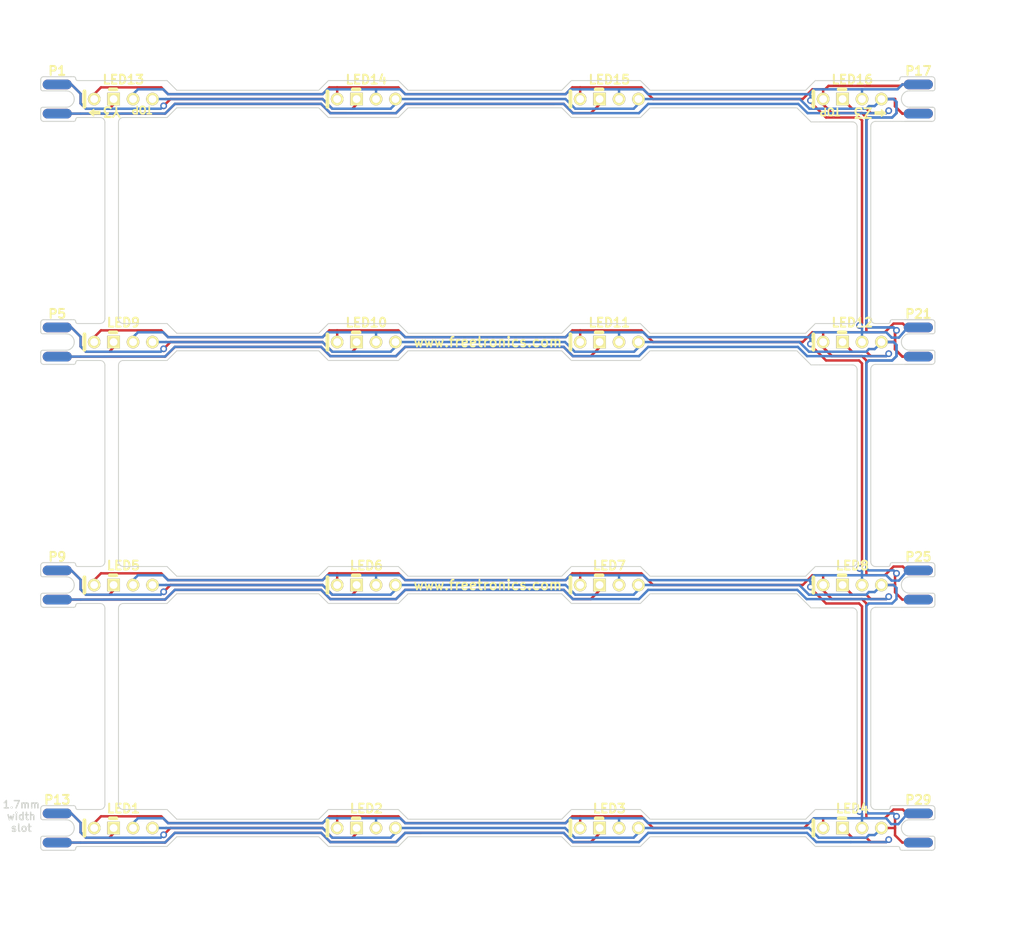
<source format=kicad_pcb>
(kicad_pcb (version 20221018) (generator pcbnew)
  (layers (0 "F.Cu" signal "Front") (31 "B.Cu" signal "Back") (34 "B.Paste" user) (35 "F.Paste" user) (36 "B.SilkS" user) (37 "F.SilkS" user) (38 "B.Mask" user) (39 "F.Mask" user) (44 "Edge.Cuts" user))
  (net 0 "")
  (net 1 "/X0Y0")
  (net 2 "/X0Y1")
  (net 3 "/X0Y2")
  (net 4 "/X0Y3")
  (net 5 "/X1Y0")
  (net 6 "/X1Y1")
  (net 7 "/X1Y2")
  (net 8 "/X1Y3")
  (net 9 "/X2Y0")
  (net 10 "/X2Y1")
  (net 11 "/X2Y2")
  (net 12 "/X2Y3")
  (net 13 "/X3Y0")
  (net 14 "/X3Y1")
  (net 15 "/X3Y2")
  (net 16 "/X3Y3")
  (net 17 "/Z_BLUE")
  (net 18 "/Z_GREEN")
  (net 19 "/Z_RED")
  (footprint "LED_RGB_8MM_COM_K" (layer "F.Cu") (at 237.50016 62.49924)
    (fp_text reference "LED16")
    (fp_text value "LED_RGB_COM_K" hide)
  )
  (footprint "LED_RGB_8MM_COM_K" (layer "F.Cu") (at 162.49904 137.50036)
    (fp_text reference "LED1")
    (fp_text value "LED_RGB_COM_K" hide)
  )
  (footprint "LED_RGB_8MM_COM_K" (layer "F.Cu") (at 187.50026 137.50036)
    (fp_text reference "LED2")
    (fp_text value "LED_RGB_COM_K" hide)
  )
  (footprint "LED_RGB_8MM_COM_K" (layer "F.Cu") (at 212.50148 137.50036)
    (fp_text reference "LED3")
    (fp_text value "LED_RGB_COM_K" hide)
  )
  (footprint "LED_RGB_8MM_COM_K" (layer "F.Cu") (at 237.50016 137.50036)
    (fp_text reference "LED4")
    (fp_text value "LED_RGB_COM_K" hide)
  )
  (footprint "LED_RGB_8MM_COM_K" (layer "F.Cu") (at 237.50016 112.49914)
    (fp_text reference "LED8")
    (fp_text value "LED_RGB_COM_K" hide)
  )
  (footprint "LED_RGB_8MM_COM_K" (layer "F.Cu") (at 212.50148 112.49914)
    (fp_text reference "LED7")
    (fp_text value "LED_RGB_COM_K" hide)
  )
  (footprint "LED_RGB_8MM_COM_K" (layer "F.Cu") (at 187.50026 112.49914)
    (fp_text reference "LED6")
    (fp_text value "LED_RGB_COM_K" hide)
  )
  (footprint "LED_RGB_8MM_COM_K" (layer "F.Cu") (at 162.49904 112.49914)
    (fp_text reference "LED5")
    (fp_text value "LED_RGB_COM_K" hide)
  )
  (footprint "LED_RGB_8MM_COM_K" (layer "F.Cu") (at 162.49904 62.49924)
    (fp_text reference "LED13")
    (fp_text value "LED_RGB_COM_K" hide)
  )
  (footprint "LED_RGB_8MM_COM_K" (layer "F.Cu") (at 187.50026 62.49924)
    (fp_text reference "LED14")
    (fp_text value "LED_RGB_COM_K" hide)
  )
  (footprint "LED_RGB_8MM_COM_K" (layer "F.Cu") (at 212.50148 62.49924)
    (fp_text reference "LED15")
    (fp_text value "LED_RGB_COM_K" hide)
  )
  (footprint "LED_RGB_8MM_COM_K" (layer "F.Cu") (at 237.50016 87.50046)
    (fp_text reference "LED12")
    (fp_text value "LED_RGB_COM_K" hide)
  )
  (footprint "LED_RGB_8MM_COM_K" (layer "F.Cu") (at 212.50148 87.50046)
    (fp_text reference "LED11")
    (fp_text value "LED_RGB_COM_K" hide)
  )
  (footprint "LED_RGB_8MM_COM_K" (layer "F.Cu") (at 187.50026 87.50046)
    (fp_text reference "LED10")
    (fp_text value "LED_RGB_COM_K" hide)
  )
  (footprint "LED_RGB_8MM_COM_K" (layer "F.Cu") (at 162.49904 87.50046)
    (fp_text reference "LED9")
    (fp_text value "LED_RGB_COM_K" hide)
  )
  (footprint "LED_MATRIX_PLANE_4PAD" (layer "F.Cu") (at 244.29974 137.50036)
    (fp_text reference "P29")
    (fp_text value "Z" hide)
  )
  (footprint "LED_MATRIX_PLANE_4PAD" (layer "F.Cu") (at 244.29974 62.49924)
    (fp_text reference "P17")
    (fp_text value "Z" hide)
  )
  (footprint "LED_MATRIX_PLANE_4PAD" (layer "F.Cu") (at 155.69946 137.50036)
    (fp_text reference "P13")
    (fp_text value "Y0" hide)
  )
  (footprint "LED_MATRIX_PLANE_4PAD" (layer "F.Cu") (at 155.69946 112.49914)
    (fp_text reference "P9")
    (fp_text value "Y1" hide)
  )
  (footprint "LED_MATRIX_PLANE_4PAD" (layer "F.Cu") (at 155.69946 87.50046)
    (fp_text reference "P5")
    (fp_text value "Y2" hide)
  )
  (footprint "LED_MATRIX_PLANE_4PAD" (layer "F.Cu") (at 155.69946 62.49924)
    (fp_text reference "P1")
    (fp_text value "Y3" hide)
  )
  (footprint "LED_MATRIX_PLANE_4PAD" (layer "F.Cu") (at 244.29974 87.50046)
    (fp_text reference "P21")
    (fp_text value "Z" hide)
  )
  (footprint "LED_MATRIX_PLANE_4PAD" (layer "F.Cu") (at 244.29974 112.49914)
    (fp_text reference "P25")
    (fp_text value "Z" hide)
  )
  (gr_line (start 160.09874 63.79972) (end 160.09874 64.04864) (stroke (width 0.09906)) (layer "F.SilkS"))
  (gr_line (start 159.19958 64.04864) (end 159.29864 64.04864) (stroke (width 0.09906)) (layer "F.SilkS"))
  (gr_line (start 159.4485 63.89878) (end 160.09874 63.89878) (stroke (width 0.09906)) (layer "F.SilkS"))
  (gr_line (start 160.09874 63.74892) (end 160.09874 63.79972) (stroke (width 0.09906)) (layer "F.SilkS"))
  (gr_line (start 240.49736 64.04864) (end 240.49736 64.29756) (stroke (width 0.09906)) (layer "F.SilkS"))
  (gr_line (start 239.84712 64.04864) (end 239.84712 63.99784) (stroke (width 0.09906)) (layer "F.SilkS"))
  (gr_line (start 159.34944 64.09944) (end 159.40024 64.15024) (stroke (width 0.09906)) (layer "F.SilkS"))
  (gr_line (start 159.4485 64.00038) (end 159.34944 64.09944) (stroke (width 0.09906)) (layer "F.SilkS"))
  (gr_line (start 239.84712 64.04864) (end 239.84712 63.79972) (stroke (width 0.09906)) (layer "F.SilkS"))
  (gr_line (start 240.89614 63.94958) (end 240.49736 64.2493) (stroke (width 0.09906)) (layer "F.SilkS"))
  (gr_line (start 240.94694 63.94958) (end 240.49736 63.59906) (stroke (width 0.09906)) (layer "F.SilkS"))
  (gr_line (start 240.79708 63.84798) (end 240.49736 64.04864) (stroke (width 0.09906)) (layer "F.SilkS"))
  (gr_line (start 240.49736 63.99784) (end 240.49736 63.94958) (stroke (width 0.09906)) (layer "F.SilkS"))
  (gr_line (start 239.84712 63.89878) (end 240.49736 63.89878) (stroke (width 0.09906)) (layer "F.SilkS"))
  (gr_line (start 239.84712 63.99784) (end 240.49736 63.99784) (stroke (width 0.09906)) (layer "F.SilkS"))
  (gr_line (start 240.49736 63.79972) (end 240.49736 64.04864) (stroke (width 0.09906)) (layer "F.SilkS"))
  (gr_line (start 159.4485 63.70066) (end 159.10052 63.94958) (stroke (width 0.09906)) (layer "F.SilkS"))
  (gr_line (start 159.4485 63.94958) (end 159.4485 63.74892) (stroke (width 0.09906)) (layer "F.SilkS"))
  (gr_line (start 159.04972 63.89878) (end 159.4485 63.59906) (stroke (width 0.09906)) (layer "F.SilkS"))
  (gr_line (start 239.84712 63.79972) (end 240.49736 63.79972) (stroke (width 0.09906)) (layer "F.SilkS"))
  (gr_line (start 160.09874 64.04864) (end 159.4485 64.04864) (stroke (width 0.09906)) (layer "F.SilkS"))
  (gr_line (start 159.14878 64.00038) (end 159.4485 63.79972) (stroke (width 0.09906)) (layer "F.SilkS"))
  (gr_line (start 159.10052 63.94958) (end 159.14878 64.00038) (stroke (width 0.09906)) (layer "F.SilkS"))
  (gr_line (start 159.4485 63.5508) (end 158.99892 63.89878) (stroke (width 0.09906)) (layer "F.SilkS"))
  (gr_line (start 240.59642 63.74892) (end 240.54562 63.69812) (stroke (width 0.09906)) (layer "F.SilkS"))
  (gr_line (start 160.09874 63.94958) (end 159.4485 63.94958) (stroke (width 0.09906)) (layer "F.SilkS"))
  (gr_line (start 160.09874 64.00038) (end 160.09874 63.94958) (stroke (width 0.09906)) (layer "F.SilkS"))
  (gr_line (start 159.4485 63.74892) (end 160.09874 63.74892) (stroke (width 0.09906)) (layer "F.SilkS"))
  (gr_line (start 240.49736 64.2493) (end 240.49736 64.1477) (stroke (width 0.09906)) (layer "F.SilkS"))
  (gr_line (start 159.4485 64.00038) (end 160.09874 64.00038) (stroke (width 0.09906)) (layer "F.SilkS"))
  (gr_line (start 159.4485 63.85052) (end 159.4485 63.89878) (stroke (width 0.09906)) (layer "F.SilkS"))
  (gr_line (start 240.74628 63.79972) (end 240.64722 63.79972) (stroke (width 0.09906)) (layer "F.SilkS"))
  (gr_line (start 240.49736 63.84798) (end 239.84712 63.84798) (stroke (width 0.09906)) (layer "F.SilkS"))
  (gr_line (start 159.4485 63.79972) (end 159.4485 63.5508) (stroke (width 0.09906)) (layer "F.SilkS"))
  (gr_line (start 159.4485 63.79972) (end 160.09874 63.79972) (stroke (width 0.09906)) (layer "F.SilkS"))
  (gr_line (start 159.4485 63.94958) (end 159.4485 64.00038) (stroke (width 0.09906)) (layer "F.SilkS"))
  (gr_line (start 240.64722 63.79972) (end 240.49736 63.94958) (stroke (width 0.09906)) (layer "F.SilkS"))
  (gr_line (start 160.09874 63.79972) (end 159.4485 63.79972) (stroke (width 0.09906)) (layer "F.SilkS"))
  (gr_line (start 240.49736 64.04864) (end 240.49736 63.99784) (stroke (width 0.09906)) (layer "F.SilkS"))
  (gr_line (start 240.49736 63.89878) (end 240.49736 64.09944) (stroke (width 0.09906)) (layer "F.SilkS"))
  (gr_line (start 239.84712 64.04864) (end 240.49736 64.04864) (stroke (width 0.09906)) (layer "F.SilkS"))
  (gr_line (start 159.29864 64.04864) (end 159.4485 63.89878) (stroke (width 0.09906)) (layer "F.SilkS"))
  (gr_line (start 160.09874 63.79972) (end 160.09874 63.85052) (stroke (width 0.09906)) (layer "F.SilkS"))
  (gr_line (start 240.49736 64.1477) (end 240.84534 63.89878) (stroke (width 0.09906)) (layer "F.SilkS"))
  (gr_line (start 159.4485 64.04864) (end 159.4485 63.79972) (stroke (width 0.09906)) (layer "F.SilkS"))
  (gr_line (start 159.4485 63.59906) (end 159.4485 63.70066) (stroke (width 0.09906)) (layer "F.SilkS"))
  (gr_line (start 239.84712 63.94958) (end 239.84712 63.89878) (stroke (width 0.09906)) (layer "F.SilkS"))
  (gr_line (start 160.09874 63.94958) (end 159.4485 63.94958) (stroke (width 0.09906)) (layer "F.SilkS"))
  (gr_line (start 239.84712 63.84798) (end 239.84712 63.89878) (stroke (width 0.09906)) (layer "F.SilkS"))
  (gr_line (start 240.49736 63.94958) (end 240.49736 63.84798) (stroke (width 0.09906)) (layer "F.SilkS"))
  (gr_line (start 240.49736 64.29756) (end 240.94694 63.94958) (stroke (width 0.09906)) (layer "F.SilkS"))
  (gr_line (start 240.49736 63.59906) (end 240.49736 63.79972) (stroke (width 0.09906)) (layer "F.SilkS"))
  (gr_line (start 240.49736 63.94958) (end 239.84712 63.94958) (stroke (width 0.09906)) (layer "F.SilkS"))
  (gr_line (start 160.09874 63.85052) (end 159.4485 63.85052) (stroke (width 0.09906)) (layer "F.SilkS"))
  (gr_line (start 159.4485 64.2493) (end 159.4485 64.04864) (stroke (width 0.09906)) (layer "F.SilkS"))
  (gr_line (start 240.49736 64.04864) (end 239.84712 64.04864) (stroke (width 0.09906)) (layer "F.SilkS"))
  (gr_line (start 159.4485 63.89878) (end 159.4485 64.00038) (stroke (width 0.09906)) (layer "F.SilkS"))
  (gr_line (start 240.49736 63.99784) (end 240.74628 63.79972) (stroke (width 0.09906)) (layer "F.SilkS"))
  (gr_line (start 159.4485 63.85052) (end 159.19958 64.04864) (stroke (width 0.09906)) (layer "F.SilkS"))
  (gr_line (start 240.49736 63.89878) (end 240.49736 63.84798) (stroke (width 0.09906)) (layer "F.SilkS"))
  (gr_line (start 240.49736 64.09944) (end 239.84712 64.09944) (stroke (width 0.09906)) (layer "F.SilkS"))
  (gr_line (start 159.4485 63.79972) (end 159.4485 63.85052) (stroke (width 0.09906)) (layer "F.SilkS"))
  (gr_line (start 160.09874 63.89878) (end 160.09874 63.94958) (stroke (width 0.09906)) (layer "F.SilkS"))
  (gr_line (start 158.99892 63.89878) (end 159.4485 64.2493) (stroke (width 0.09906)) (layer "F.SilkS"))
  (gr_line (start 239.84712 64.09944) (end 239.84712 64.04864) (stroke (width 0.09906)) (layer "F.SilkS"))
  (gr_line (start 240.49736 63.84798) (end 240.59642 63.74892) (stroke (width 0.09906)) (layer "F.SilkS"))
  (gr_line (start 239.84712 63.89878) (end 240.49736 63.89878) (stroke (width 0.09906)) (layer "F.SilkS"))
  (gr_line (start 208.60004 114.39906) (end 215.69934 114.39906) (stroke (width 0.09906)) (layer "Edge.Cuts"))
  (gr_line (start 242.60048 114.80038) (end 239.90046 114.80038) (stroke (width 0.09906)) (layer "Edge.Cuts"))
  (gr_arc (start 246.00154 111.44758) (mid 245.942768 111.589468) (end 245.80088 111.64824) (stroke (width 0.09906)) (layer "Edge.Cuts"))
  (gr_arc (start 162.50158 110.59668) (mid 162.147758 110.450122) (end 162.0012 110.0963) (stroke (width 0.09906)) (layer "Edge.Cuts"))
  (gr_line (start 245.70182 89.79916) (end 242.90274 89.79916) (stroke (width 0.09906)) (layer "Edge.Cuts"))
  (gr_line (start 190.79972 114.39906) (end 191.80048 113.3983) (stroke (width 0.09906)) (layer "Edge.Cuts"))
  (gr_line (start 157.099 135.19912) (end 157.39872 135.19912) (stroke (width 0.09906)) (layer "Edge.Cuts"))
  (gr_line (start 154.29992 114.79784) (end 157.099 114.79784) (stroke (width 0.09906)) (layer "Edge.Cuts"))
  (gr_arc (start 157.44952 137.50036) (mid 157.200297 138.102037) (end 156.59862 138.35126) (stroke (width 0.09906)) (layer "Edge.Cuts"))
  (gr_line (start 156.59862 138.34872) (end 154.20086 138.34872) (stroke (width 0.09906)) (layer "Edge.Cuts"))
  (gr_line (start 168.00068 138.39952) (end 182.6006 138.39952) (stroke (width 0.09906)) (layer "Edge.Cuts"))
  (gr_line (start 161.99866 64.897) (end 161.99866 85.09762) (stroke (width 0.09906)) (layer "Edge.Cuts"))
  (gr_line (start 242.60048 89.79916) (end 242.9002 89.79916) (stroke (width 0.09906)) (layer "Edge.Cuts"))
  (gr_line (start 182.6006 86.59876) (end 183.59882 85.60054) (stroke (width 0.09906)) (layer "Edge.Cuts"))
  (gr_line (start 154.0002 86.40064) (end 154.0002 85.49894) (stroke (width 0.09906)) (layer "Edge.Cuts"))
  (gr_line (start 183.59882 89.40038) (end 190.79972 89.40038) (stroke (width 0.09906)) (layer "Edge.Cuts"))
  (gr_line (start 161.99866 89.89822) (end 161.99866 110.09884) (stroke (width 0.09906)) (layer "Edge.Cuts"))
  (gr_line (start 157.80004 89.39784) (end 160.09874 89.39784) (stroke (width 0.09906)) (layer "Edge.Cuts"))
  (gr_arc (start 157.80004 135.60044) (mid 157.658152 135.541668) (end 157.59938 135.39978) (stroke (width 0.09906)) (layer "Edge.Cuts"))
  (gr_line (start 154.0002 111.39932) (end 154.0002 111.45012) (stroke (width 0.09906)) (layer "Edge.Cuts"))
  (gr_arc (start 242.39982 60.39866) (mid 242.458592 60.256772) (end 242.60048 60.198) (stroke (width 0.09906)) (layer "Edge.Cuts"))
  (gr_line (start 207.59928 136.59866) (end 208.60004 135.60044) (stroke (width 0.09906)) (layer "Edge.Cuts"))
  (gr_arc (start 154.20086 61.65088) (mid 154.060768 61.592852) (end 154.00274 61.45276) (stroke (width 0.09906)) (layer "Edge.Cuts"))
  (gr_arc (start 241.39906 85.39734) (mid 241.457832 85.255452) (end 241.59972 85.19668) (stroke (width 0.09906)) (layer "Edge.Cuts"))
  (gr_arc (start 157.80004 110.59922) (mid 157.658152 110.540448) (end 157.59938 110.39856) (stroke (width 0.09906)) (layer "Edge.Cuts"))
  (gr_line (start 243.40312 136.64946) (end 245.80088 136.64946) (stroke (width 0.09906)) (layer "Edge.Cuts"))
  (gr_line (start 157.80004 64.39662) (end 160.09874 64.39662) (stroke (width 0.09906)) (layer "Edge.Cuts"))
  (gr_arc (start 238.00054 110.10138) (mid 237.853982 110.455202) (end 237.50016 110.60176) (stroke (width 0.09906)) (layer "Edge.Cuts"))
  (gr_line (start 156.59862 113.3475) (end 154.20086 113.3475) (stroke (width 0.09906)) (layer "Edge.Cuts"))
  (gr_arc (start 162.50158 135.5979) (mid 162.147758 135.451342) (end 162.0012 135.09752) (stroke (width 0.09906)) (layer "Edge.Cuts"))
  (gr_line (start 166.99992 110.59922) (end 168.00068 111.59744) (stroke (width 0.09906)) (layer "Edge.Cuts"))
  (gr_line (start 157.80004 85.598) (end 160.09874 85.598) (stroke (width 0.09906)) (layer "Edge.Cuts"))
  (gr_arc (start 241.4016 135.39978) (mid 241.342828 135.541668) (end 241.20094 135.60044) (stroke (width 0.09906)) (layer "Edge.Cuts"))
  (gr_line (start 154.0002 136.40054) (end 154.0002 136.4488) (stroke (width 0.09906)) (layer "Edge.Cuts"))
  (gr_line (start 208.60004 89.40038) (end 215.69934 89.40038) (stroke (width 0.09906)) (layer "Edge.Cuts"))
  (gr_line (start 207.59928 111.59744) (end 208.60004 110.59922) (stroke (width 0.09906)) (layer "Edge.Cuts"))
  (gr_line (start 154.29992 85.19922) (end 157.099 85.19922) (stroke (width 0.09906)) (layer "Edge.Cuts"))
  (gr_line (start 183.59882 139.40028) (end 190.79972 139.40028) (stroke (width 0.09906)) (layer "Edge.Cuts"))
  (gr_arc (start 154.0002 138.55192) (mid 154.058972 138.410032) (end 154.20086 138.35126) (stroke (width 0.09906)) (layer "Edge.Cuts"))
  (gr_arc (start 154.20086 111.65078) (mid 154.060768 111.592752) (end 154.00274 111.45266) (stroke (width 0.09906)) (layer "Edge.Cuts"))
  (gr_arc (start 154.0002 88.55202) (mid 154.058972 88.410132) (end 154.20086 88.35136) (stroke (width 0.09906)) (layer "Edge.Cuts"))
  (gr_arc (start 239.90046 110.60176) (mid 239.546638 110.455202) (end 239.40008 110.10138) (stroke (width 0.09906)) (layer "Edge.Cuts"))
  (gr_arc (start 157.59938 139.60094) (mid 157.658152 139.459052) (end 157.80004 139.40028) (stroke (width 0.09906)) (layer "Edge.Cuts"))
  (gr_arc (start 154.0002 85.49894) (mid 154.087986 85.287006) (end 154.29992 85.19922) (stroke (width 0.09906)) (layer "Edge.Cuts"))
  (gr_line (start 154.20086 86.64956) (end 156.59862 86.64956) (stroke (width 0.09906)) (layer "Edge.Cuts"))
  (gr_line (start 161.99866 114.89944) (end 161.99866 135.10006) (stroke (width 0.09906)) (layer "Edge.Cuts"))
  (gr_line (start 232.6005 138.39952) (end 232.69956 138.39952) (stroke (width 0.09906)) (layer "Edge.Cuts"))
  (gr_line (start 242.60048 89.8017) (end 239.90046 89.8017) (stroke (width 0.09906)) (layer "Edge.Cuts"))
  (gr_line (start 190.79972 89.40038) (end 191.80048 88.39962) (stroke (width 0.09906)) (layer "Edge.Cuts"))
  (gr_arc (start 160.60166 110.09884) (mid 160.455102 110.452662) (end 160.10128 110.59922) (stroke (width 0.09906)) (layer "Edge.Cuts"))
  (gr_line (start 207.59928 88.39962) (end 208.60004 89.40038) (stroke (width 0.09906)) (layer "Edge.Cuts"))
  (gr_line (start 162.49904 110.59922) (end 166.99992 110.59922) (stroke (width 0.09906)) (layer "Edge.Cuts"))
  (gr_arc (start 157.44952 87.50046) (mid 157.200297 88.102137) (end 156.59862 88.35136) (stroke (width 0.09906)) (layer "Edge.Cuts"))
  (gr_arc (start 243.40312 63.3476) (mid 242.801443 63.098377) (end 242.55222 62.4967) (stroke (width 0.09906)) (layer "Edge.Cuts"))
  (gr_line (start 245.70182 114.79784) (end 242.90274 114.79784) (stroke (width 0.09906)) (layer "Edge.Cuts"))
  (gr_line (start 154.29992 64.79794) (end 157.099 64.79794) (stroke (width 0.09906)) (layer "Edge.Cuts"))
  (gr_line (start 157.099 85.19922) (end 157.39872 85.19922) (stroke (width 0.09906)) (layer "Edge.Cuts"))
  (gr_arc (start 157.44952 62.49924) (mid 157.200297 63.100917) (end 156.59862 63.35014) (stroke (width 0.09906)) (layer "Edge.Cuts"))
  (gr_arc (start 157.59938 89.60104) (mid 157.658152 89.459152) (end 157.80004 89.40038) (stroke (width 0.09906)) (layer "Edge.Cuts"))
  (gr_arc (start 242.39982 60.39866) (mid 242.341048 60.540548) (end 242.19916 60.59932) (stroke (width 0.09906)) (layer "Edge.Cuts"))
  (gr_line (start 242.60048 60.198) (end 242.9002 60.198) (stroke (width 0.09906)) (layer "Edge.Cuts"))
  (gr_line (start 168.00068 136.59866) (end 182.6006 136.59866) (stroke (width 0.09906)) (layer "Edge.Cuts"))
  (gr_line (start 234.1499 114.84864) (end 237.50016 114.84864) (stroke (width 0.09906)) (layer "Edge.Cuts"))
  (gr_arc (start 246.00154 86.44636) (mid 245.942768 86.588248) (end 245.80088 86.64702) (stroke (width 0.09906)) (layer "Edge.Cuts"))
  (gr_line (start 154.29992 60.198) (end 157.099 60.198) (stroke (width 0.09906)) (layer "Edge.Cuts"))
  (gr_line (start 245.999 138.54938) (end 245.999 138.60018) (stroke (width 0.09906)) (layer "Edge.Cuts"))
  (gr_line (start 232.69956 136.59866) (end 233.70032 135.60044) (stroke (width 0.09906)) (layer "Edge.Cuts"))
  (gr_arc (start 154.29992 114.80038) (mid 154.087986 114.712594) (end 154.0002 114.50066) (stroke (width 0.09906)) (layer "Edge.Cuts"))
  (gr_line (start 157.80004 139.40028) (end 166.99992 139.40028) (stroke (width 0.09906)) (layer "Edge.Cuts"))
  (gr_arc (start 242.60048 139.79906) (mid 242.460388 139.741032) (end 242.40236 139.60094) (stroke (width 0.09906)) (layer "Edge.Cuts"))
  (gr_line (start 166.99992 60.59932) (end 168.00068 61.59754) (stroke (width 0.09906)) (layer "Edge.Cuts"))
  (gr_line (start 168.00068 111.59744) (end 182.6006 111.59744) (stroke (width 0.09906)) (layer "Edge.Cuts"))
  (gr_arc (start 154.29992 64.79794) (mid 154.087986 64.710154) (end 154.0002 64.49822) (stroke (width 0.09906)) (layer "Edge.Cuts"))
  (gr_arc (start 156.59862 111.64824) (mid 157.200297 111.897463) (end 157.44952 112.49914) (stroke (width 0.09906)) (layer "Edge.Cuts"))
  (gr_arc (start 156.59862 61.64834) (mid 157.200297 61.897563) (end 157.44952 62.49924) (stroke (width 0.09906)) (layer "Edge.Cuts"))
  (gr_line (start 216.7001 138.39952) (end 232.6005 138.39952) (stroke (width 0.09906)) (layer "Edge.Cuts"))
  (gr_arc (start 160.10128 114.39652) (mid 160.455102 114.543078) (end 160.60166 114.8969) (stroke (width 0.09906)) (layer "Edge.Cuts"))
  (gr_line (start 162.49904 135.60044) (end 166.99992 135.60044) (stroke (width 0.09906)) (layer "Edge.Cuts"))
  (gr_line (start 233.25074 114.84864) (end 234.1499 114.84864) (stroke (width 0.09906)) (layer "Edge.Cuts"))
  (gr_line (start 157.80004 114.39906) (end 160.09874 114.39906) (stroke (width 0.09906)) (layer "Edge.Cuts"))
  (gr_line (start 233.70032 135.60044) (end 237.50016 135.60044) (stroke (width 0.09906)) (layer "Edge.Cuts"))
  (gr_line (start 157.80004 135.60044) (end 160.09874 135.60044) (stroke (width 0.09906)) (layer "Edge.Cuts"))
  (gr_arc (start 157.39872 60.198) (mid 157.540608 60.256772) (end 157.59938 60.39866) (stroke (width 0.09906)) (layer "Edge.Cuts"))
  (gr_arc (start 157.80004 85.60054) (mid 157.658152 85.541768) (end 157.59938 85.39988) (stroke (width 0.09906)) (layer "Edge.Cuts"))
  (gr_arc (start 237.50016 89.84996) (mid 237.853982 89.996518) (end 238.00054 90.35034) (stroke (width 0.09906)) (layer "Edge.Cuts"))
  (gr_line (start 207.59928 86.59876) (end 208.60004 85.60054) (stroke (width 0.09906)) (layer "Edge.Cuts"))
  (gr_line (start 166.99992 114.39906) (end 168.00068 113.3983) (stroke (width 0.09906)) (layer "Edge.Cuts"))
  (gr_line (start 168.00068 63.3984) (end 182.6006 63.3984) (stroke (width 0.09906)) (layer "Edge.Cuts"))
  (gr_line (start 242.60048 139.79906) (end 242.9002 139.79906) (stroke (width 0.09906)) (layer "Edge.Cuts"))
  (gr_line (start 231.8004 63.40094) (end 216.7001 63.40094) (stroke (width 0.09906)) (layer "Edge.Cuts"))
  (gr_line (start 207.59928 63.3984) (end 208.60004 64.39916) (stroke (width 0.09906)) (layer "Edge.Cuts"))
  (gr_line (start 183.59882 114.39906) (end 190.79972 114.39906) (stroke (width 0.09906)) (layer "Edge.Cuts"))
  (gr_arc (start 239.40008 90.29954) (mid 239.546638 89.945718) (end 239.90046 89.79916) (stroke (width 0.09906)) (layer "Edge.Cuts"))
  (gr_arc (start 154.0002 63.5508) (mid 154.058972 63.408912) (end 154.20086 63.35014) (stroke (width 0.09906)) (layer "Edge.Cuts"))
  (gr_line (start 154.0002 61.39942) (end 154.0002 60.49772) (stroke (width 0.09906)) (layer "Edge.Cuts"))
  (gr_arc (start 237.50016 114.84864) (mid 237.853982 114.995198) (end 238.00054 115.34902) (stroke (width 0.09906)) (layer "Edge.Cuts"))
  (gr_arc (start 242.55222 87.49792) (mid 242.801443 86.896243) (end 243.40312 86.64702) (stroke (width 0.09906)) (layer "Edge.Cuts"))
  (gr_line (start 243.40312 111.64824) (end 245.80088 111.64824) (stroke (width 0.09906)) (layer "Edge.Cuts"))
  (gr_arc (start 157.59938 114.59972) (mid 157.658152 114.457832) (end 157.80004 114.39906) (stroke (width 0.09906)) (layer "Edge.Cuts"))
  (gr_line (start 245.999 136.40054) (end 245.999 136.4488) (stroke (width 0.09906)) (layer "Edge.Cuts"))
  (gr_line (start 156.59862 88.34882) (end 154.20086 88.34882) (stroke (width 0.09906)) (layer "Edge.Cuts"))
  (gr_arc (start 242.55222 112.4966) (mid 242.801443 111.894923) (end 243.40312 111.6457) (stroke (width 0.09906)) (layer "Edge.Cuts"))
  (gr_line (start 231.8004 88.40216) (end 216.7001 88.40216) (stroke (width 0.09906)) (layer "Edge.Cuts"))
  (gr_line (start 245.70182 64.79794) (end 242.90274 64.79794) (stroke (width 0.09906)) (layer "Edge.Cuts"))
  (gr_line (start 215.69934 60.59932) (end 216.7001 61.59754) (stroke (width 0.09906)) (layer "Edge.Cuts"))
  (gr_line (start 238.00054 90.35034) (end 238.00054 110.10138) (stroke (width 0.09906)) (layer "Edge.Cuts"))
  (gr_line (start 246.00154 113.59896) (end 246.00154 114.50066) (stroke (width 0.09906)) (layer "Edge.Cuts"))
  (gr_line (start 182.6006 138.39952) (end 183.59882 139.40028) (stroke (width 0.09906)) (layer "Edge.Cuts"))
  (gr_line (start 168.00068 86.59876) (end 182.6006 86.59876) (stroke (width 0.09906)) (layer "Edge.Cuts"))
  (gr_line (start 216.7001 86.59876) (end 232.69956 86.59876) (stroke (width 0.09906)) (layer "Edge.Cuts"))
  (gr_line (start 154.20086 111.64824) (end 156.59862 111.64824) (stroke (width 0.09906)) (layer "Edge.Cuts"))
  (gr_arc (start 241.4016 85.39734) (mid 241.342828 85.539228) (end 241.20094 85.598) (stroke (width 0.09906)) (layer "Edge.Cuts"))
  (gr_line (start 233.70032 85.598) (end 237.50016 85.598) (stroke (width 0.09906)) (layer "Edge.Cuts"))
  (gr_line (start 239.40008 90.30208) (end 239.40008 110.10138) (stroke (width 0.09906)) (layer "Edge.Cuts"))
  (gr_arc (start 154.29992 89.79916) (mid 154.087986 89.711374) (end 154.0002 89.49944) (stroke (width 0.09906)) (layer "Edge.Cuts"))
  (gr_line (start 168.00068 61.59754) (end 182.6006 61.59754) (stroke (width 0.09906)) (layer "Edge.Cuts"))
  (gr_arc (start 157.44952 112.49914) (mid 157.200297 113.100817) (end 156.59862 113.35004) (stroke (width 0.09906)) (layer "Edge.Cuts"))
  (gr_arc (start 157.59938 114.59972) (mid 157.540608 114.741608) (end 157.39872 114.80038) (stroke (width 0.09906)) (layer "Edge.Cuts"))
  (gr_line (start 241.59972 135.19912) (end 242.9002 135.19912) (stroke (width 0.09906)) (layer "Edge.Cuts"))
  (gr_line (start 246.00154 61.39942) (end 246.00154 60.50026) (stroke (width 0.09906)) (layer "Edge.Cuts"))
  (gr_line (start 241.59972 85.19668) (end 242.9002 85.19668) (stroke (width 0.09906)) (layer "Edge.Cuts"))
  (gr_line (start 154.29992 135.19912) (end 157.099 135.19912) (stroke (width 0.09906)) (layer "Edge.Cuts"))
  (gr_arc (start 245.70182 60.20054) (mid 245.913754 60.288326) (end 246.00154 60.50026) (stroke (width 0.09906)) (layer "Edge.Cuts"))
  (gr_arc (start 241.39906 110.4011) (mid 241.457832 110.259212) (end 241.59972 110.20044) (stroke (width 0.09906)) (layer "Edge.Cuts"))
  (gr_arc (start 156.59862 136.64946) (mid 157.200297 136.898683) (end 157.44952 137.50036) (stroke (width 0.09906)) (layer "Edge.Cuts"))
  (gr_line (start 245.999 61.39942) (end 245.999 61.45022) (stroke (width 0.09906)) (layer "Edge.Cuts"))
  (gr_line (start 215.69934 114.39906) (end 216.7001 113.3983) (stroke (width 0.09906)) (layer "Edge.Cuts"))
  (gr_arc (start 239.90046 85.598) (mid 239.546638 85.451442) (end 239.40008 85.09762) (stroke (width 0.09906)) (layer "Edge.Cuts"))
  (gr_arc (start 241.39906 135.39978) (mid 241.457832 135.257892) (end 241.59972 135.19912) (stroke (width 0.09906)) (layer "Edge.Cuts"))
  (gr_arc (start 154.29992 139.79906) (mid 154.087986 139.711274) (end 154.0002 139.49934) (stroke (width 0.09906)) (layer "Edge.Cuts"))
  (gr_line (start 245.80088 63.3476) (end 243.40312 63.3476) (stroke (width 0.09906)) (layer "Edge.Cuts"))
  (gr_arc (start 245.70182 110.20044) (mid 245.913754 110.288226) (end 246.00154 110.50016) (stroke (width 0.09906)) (layer "Edge.Cuts"))
  (gr_line (start 215.69934 110.59922) (end 216.7001 111.59744) (stroke (width 0.09906)) (layer "Edge.Cuts"))
  (gr_line (start 190.79972 64.39916) (end 191.80048 63.3984) (stroke (width 0.09906)) (layer "Edge.Cuts"))
  (gr_line (start 182.6006 61.59754) (end 183.59882 60.59932) (stroke (width 0.09906)) (layer "Edge.Cuts"))
  (gr_line (start 215.69934 89.40038) (end 216.7001 88.39962) (stroke (width 0.09906)) (layer "Edge.Cuts"))
  (gr_arc (start 160.10128 64.39408) (mid 160.455102 64.540638) (end 160.60166 64.89446) (stroke (width 0.09906)) (layer "Edge.Cuts"))
  (gr_line (start 162.49904 114.39906) (end 166.99992 114.39906) (stroke (width 0.09906)) (layer "Edge.Cuts"))
  (gr_line (start 245.999 86.40064) (end 245.999 86.4489) (stroke (width 0.09906)) (layer "Edge.Cuts"))
  (gr_line (start 246.00154 88.59774) (end 246.00154 89.49944) (stroke (width 0.09906)) (layer "Edge.Cuts"))
  (gr_line (start 241.20094 135.60044) (end 239.90046 135.60044) (stroke (width 0.09906)) (layer "Edge.Cuts"))
  (gr_line (start 168.00068 113.3983) (end 182.6006 113.3983) (stroke (width 0.09906)) (layer "Edge.Cuts"))
  (gr_line (start 207.59928 138.39952) (end 208.60004 139.40028) (stroke (width 0.09906)) (layer "Edge.Cuts"))
  (gr_line (start 233.25074 64.84874) (end 234.1499 64.84874) (stroke (width 0.09906)) (layer "Edge.Cuts"))
  (gr_line (start 191.80048 136.59866) (end 207.59928 136.59866) (stroke (width 0.09906)) (layer "Edge.Cuts"))
  (gr_line (start 246.00154 63.59906) (end 246.00154 64.50076) (stroke (width 0.09906)) (layer "Edge.Cuts"))
  (gr_arc (start 242.55222 62.4967) (mid 242.801443 61.895023) (end 243.40312 61.6458) (stroke (width 0.09906)) (layer "Edge.Cuts"))
  (gr_line (start 246.00154 138.59764) (end 246.00154 139.49934) (stroke (width 0.09906)) (layer "Edge.Cuts"))
  (gr_line (start 245.70182 64.79794) (end 242.90274 64.79794) (stroke (width 0.09906)) (layer "Edge.Cuts"))
  (gr_line (start 245.70182 60.198) (end 242.90274 60.198) (stroke (width 0.09906)) (layer "Edge.Cuts"))
  (gr_line (start 234.1499 89.84996) (end 237.50016 89.84996) (stroke (width 0.09906)) (layer "Edge.Cuts"))
  (gr_arc (start 157.80004 60.59932) (mid 157.658152 60.540548) (end 157.59938 60.39866) (stroke (width 0.09906)) (layer "Edge.Cuts"))
  (gr_line (start 166.99992 135.60044) (end 168.00068 136.59866) (stroke (width 0.09906)) (layer "Edge.Cuts"))
  (gr_line (start 246.00154 86.3981) (end 246.00154 85.49894) (stroke (width 0.09906)) (layer "Edge.Cuts"))
  (gr_line (start 160.59912 135.10006) (end 160.59912 114.89944) (stroke (width 0.09906)) (layer "Edge.Cuts"))
  (gr_line (start 242.19916 139.40028) (end 233.70032 139.40028) (stroke (width 0.09906)) (layer "Edge.Cuts"))
  (gr_arc (start 157.59938 64.59982) (mid 157.658152 64.457932) (end 157.80004 64.39916) (stroke (width 0.09906)) (layer "Edge.Cuts"))
  (gr_line (start 162.49904 89.39784) (end 166.99992 89.39784) (stroke (width 0.09906)) (layer "Edge.Cuts"))
  (gr_line (start 191.80048 111.59744) (end 207.59928 111.59744) (stroke (width 0.09906)) (layer "Edge.Cuts"))
  (gr_line (start 231.8004 113.40084) (end 233.25074 114.84864) (stroke (width 0.09906)) (layer "Edge.Cuts"))
  (gr_line (start 239.40008 115.30076) (end 239.40008 135.10006) (stroke (width 0.09906)) (layer "Edge.Cuts"))
  (gr_line (start 245.70182 89.79916) (end 242.90274 89.79916) (stroke (width 0.09906)) (layer "Edge.Cuts"))
  (gr_arc (start 245.80088 113.35004) (mid 245.940972 113.408068) (end 245.999 113.54816) (stroke (width 0.09906)) (layer "Edge.Cuts"))
  (gr_arc (start 239.40008 115.29822) (mid 239.546638 114.944398) (end 239.90046 114.79784) (stroke (width 0.09906)) (layer "Edge.Cuts"))
  (gr_line (start 183.59882 64.39916) (end 190.79972 64.39916) (stroke (width 0.09906)) (layer "Edge.Cuts"))
  (gr_arc (start 157.39872 85.19922) (mid 157.540608 85.257992) (end 157.59938 85.39988) (stroke (width 0.09906)) (layer "Edge.Cuts"))
  (gr_arc (start 160.60166 135.10006) (mid 160.455102 135.453882) (end 160.10128 135.60044) (stroke (width 0.09906)) (layer "Edge.Cuts"))
  (gr_arc (start 154.0002 135.49884) (mid 154.087986 135.286906) (end 154.29992 135.19912) (stroke (width 0.09906)) (layer "Edge.Cuts"))
  (gr_arc (start 156.59862 86.64956) (mid 157.200297 86.898783) (end 157.44952 87.50046) (stroke (width 0.09906)) (layer "Edge.Cuts"))
  (gr_line (start 245.70182 110.1979) (end 242.90274 110.1979) (stroke (width 0.09906)) (layer "Edge.Cuts"))
  (gr_line (start 208.60004 135.60044) (end 215.69934 135.60044) (stroke (width 0.09906)) (layer "Edge.Cuts"))
  (gr_arc (start 245.80088 63.35014) (mid 245.940972 63.408168) (end 245.999 63.54826) (stroke (width 0.09906)) (layer "Edge.Cuts"))
  (gr_arc (start 154.20086 136.64946) (mid 154.060768 136.591432) (end 154.00274 136.45134) (stroke (width 0.09906)) (layer "Edge.Cuts"))
  (gr_arc (start 160.10128 89.3953) (mid 160.455102 89.541858) (end 160.60166 89.89568) (stroke (width 0.09906)) (layer "Edge.Cuts"))
  (gr_arc (start 157.59938 89.60104) (mid 157.540608 89.742928) (end 157.39872 89.8017) (stroke (width 0.09906)) (layer "Edge.Cuts"))
  (gr_line (start 191.80048 138.39952) (end 207.59928 138.39952) (stroke (width 0.09906)) (layer "Edge.Cuts"))
  (gr_arc (start 246.00154 114.50066) (mid 245.913754 114.712594) (end 245.70182 114.80038) (stroke (width 0.09906)) (layer "Edge.Cuts"))
  (gr_line (start 232.69956 61.59754) (end 233.70032 60.59932) (stroke (width 0.09906)) (layer "Edge.Cuts"))
  (gr_arc (start 245.80088 138.34872) (mid 245.940972 138.406748) (end 245.999 138.54684) (stroke (width 0.09906)) (layer "Edge.Cuts"))
  (gr_line (start 160.59912 85.09762) (end 160.59912 64.897) (stroke (width 0.09906)) (layer "Edge.Cuts"))
  (gr_line (start 157.099 89.79916) (end 157.39872 89.79916) (stroke (width 0.09906)) (layer "Edge.Cuts"))
  (gr_line (start 215.69934 135.60044) (end 216.7001 136.59866) (stroke (width 0.09906)) (layer "Edge.Cuts"))
  (gr_line (start 243.40312 86.64956) (end 245.80088 86.64956) (stroke (width 0.09906)) (layer "Edge.Cuts"))
  (gr_line (start 191.80048 86.59876) (end 207.59928 86.59876) (stroke (width 0.09906)) (layer "Edge.Cuts"))
  (gr_line (start 242.60048 64.80048) (end 242.9002 64.80048) (stroke (width 0.09906)) (layer "Edge.Cuts"))
  (gr_arc (start 160.60166 85.09762) (mid 160.455102 85.451442) (end 160.10128 85.598) (stroke (width 0.09906)) (layer "Edge.Cuts"))
  (gr_line (start 242.60048 64.79794) (end 239.90046 64.79794) (stroke (width 0.09906)) (layer "Edge.Cuts"))
  (gr_arc (start 246.00154 89.49944) (mid 245.913754 89.711374) (end 245.70182 89.79916) (stroke (width 0.09906)) (layer "Edge.Cuts"))
  (gr_line (start 191.80048 61.59754) (end 207.59928 61.59754) (stroke (width 0.09906)) (layer "Edge.Cuts"))
  (gr_line (start 154.20086 136.64946) (end 156.59862 136.64946) (stroke (width 0.09906)) (layer "Edge.Cuts"))
  (gr_line (start 182.6006 111.59744) (end 183.59882 110.59922) (stroke (width 0.09906)) (layer "Edge.Cuts"))
  (gr_line (start 154.29992 139.79906) (end 157.099 139.79906) (stroke (width 0.09906)) (layer "Edge.Cuts"))
  (gr_line (start 157.80004 110.59922) (end 160.09874 110.59922) (stroke (width 0.09906)) (layer "Edge.Cuts"))
  (gr_arc (start 238.00054 85.09762) (mid 237.853982 85.451442) (end 237.50016 85.598) (stroke (width 0.09906)) (layer "Edge.Cuts"))
  (gr_line (start 245.80088 88.34882) (end 243.40312 88.34882) (stroke (width 0.09906)) (layer "Edge.Cuts"))
  (gr_line (start 154.0002 138.54938) (end 154.0002 138.60018) (stroke (width 0.09906)) (layer "Edge.Cuts"))
  (gr_line (start 154.0002 136.40054) (end 154.0002 135.49884) (stroke (width 0.09906)) (layer "Edge.Cuts"))
  (gr_line (start 245.80088 88.34882) (end 243.40312 88.34882) (stroke (width 0.09906)) (layer "Edge.Cuts"))
  (gr_line (start 154.0002 88.60028) (end 154.0002 89.49944) (stroke (width 0.09906)) (layer "Edge.Cuts"))
  (gr_line (start 166.99992 89.40038) (end 168.00068 88.39962) (stroke (width 0.09906)) (layer "Edge.Cuts"))
  (gr_arc (start 242.55222 137.49782) (mid 242.801443 136.896143) (end 243.40312 136.64692) (stroke (width 0.09906)) (layer "Edge.Cuts"))
  (gr_arc (start 246.00154 139.49934) (mid 245.913754 139.711274) (end 245.70182 139.79906) (stroke (width 0.09906)) (layer "Edge.Cuts"))
  (gr_arc (start 237.50016 64.8462) (mid 237.853982 64.992758) (end 238.00054 65.34658) (stroke (width 0.09906)) (layer "Edge.Cuts"))
  (gr_arc (start 246.00154 61.44768) (mid 245.942768 61.589568) (end 245.80088 61.64834) (stroke (width 0.09906)) (layer "Edge.Cuts"))
  (gr_line (start 246.00154 111.39932) (end 246.00154 110.50016) (stroke (width 0.09906)) (layer "Edge.Cuts"))
  (gr_line (start 191.80048 113.3983) (end 207.59928 113.3983) (stroke (width 0.09906)) (layer "Edge.Cuts"))
  (gr_line (start 245.999 63.5508) (end 245.999 63.59906) (stroke (width 0.09906)) (layer "Edge.Cuts"))
  (gr_line (start 245.70182 85.19922) (end 242.90274 85.19922) (stroke (width 0.09906)) (layer "Edge.Cuts"))
  (gr_line (start 232.69956 111.59744) (end 233.70032 110.59922) (stroke (width 0.09906)) (layer "Edge.Cuts"))
  (gr_line (start 190.79972 85.60054) (end 191.80048 86.59876) (stroke (width 0.09906)) (layer "Edge.Cuts"))
  (gr_arc (start 245.70182 85.19922) (mid 245.913754 85.287006) (end 246.00154 85.49894) (stroke (width 0.09906)) (layer "Edge.Cuts"))
  (gr_line (start 245.80088 63.3476) (end 243.40312 63.3476) (stroke (width 0.09906)) (layer "Edge.Cuts"))
  (gr_arc (start 157.59938 139.60094) (mid 157.540608 139.742828) (end 157.39872 139.8016) (stroke (width 0.09906)) (layer "Edge.Cuts"))
  (gr_line (start 154.0002 86.40064) (end 154.0002 86.4489) (stroke (width 0.09906)) (layer "Edge.Cuts"))
  (gr_line (start 233.25074 89.84996) (end 234.1499 89.84996) (stroke (width 0.09906)) (layer "Edge.Cuts"))
  (gr_line (start 215.69934 139.40028) (end 216.7001 138.39952) (stroke (width 0.09906)) (layer "Edge.Cuts"))
  (gr_arc (start 157.39872 135.19912) (mid 157.540608 135.257892) (end 157.59938 135.39978) (stroke (width 0.09906)) (layer "Edge.Cuts"))
  (gr_line (start 234.1499 64.8462) (end 237.50016 64.8462) (stroke (width 0.09906)) (layer "Edge.Cuts"))
  (gr_line (start 242.19916 60.60186) (end 233.70032 60.60186) (stroke (width 0.09906)) (layer "Edge.Cuts"))
  (gr_line (start 232.69956 138.39952) (end 233.70032 139.40028) (stroke (width 0.09906)) (layer "Edge.Cuts"))
  (gr_arc (start 239.40008 65.29578) (mid 239.546638 64.941958) (end 239.90046 64.7954) (stroke (width 0.09906)) (layer "Edge.Cuts"))
  (gr_line (start 245.80088 113.3475) (end 243.40312 113.3475) (stroke (width 0.09906)) (layer "Edge.Cuts"))
  (gr_arc (start 154.20086 86.64956) (mid 154.060768 86.591532) (end 154.00274 86.45144) (stroke (width 0.09906)) (layer "Edge.Cuts"))
  (gr_line (start 207.59928 113.3983) (end 208.60004 114.39906) (stroke (width 0.09906)) (layer "Edge.Cuts"))
  (gr_line (start 242.60048 114.79784) (end 242.9002 114.79784) (stroke (width 0.09906)) (layer "Edge.Cuts"))
  (gr_line (start 241.59972 110.20044) (end 242.9002 110.20044) (stroke (width 0.09906)) (layer "Edge.Cuts"))
  (gr_line (start 208.60004 110.59922) (end 215.69934 110.59922) (stroke (width 0.09906)) (layer "Edge.Cuts"))
  (gr_line (start 245.999 88.54948) (end 245.999 88.60028) (stroke (width 0.09906)) (layer "Edge.Cuts"))
  (gr_arc (start 246.00154 136.44626) (mid 245.942768 136.588148) (end 245.80088 136.64692) (stroke (width 0.09906)) (layer "Edge.Cuts"))
  (gr_arc (start 162.0012 114.8969) (mid 162.147758 114.543078) (end 162.50158 114.39652) (stroke (width 0.09906)) (layer "Edge.Cuts"))
  (gr_line (start 154.20086 61.64834) (end 156.59862 61.64834) (stroke (width 0.09906)) (layer "Edge.Cuts"))
  (gr_line (start 207.59928 61.59754) (end 208.60004 60.59932) (stroke (width 0.09906)) (layer "Edge.Cuts"))
  (gr_line (start 162.49904 85.598) (end 166.99992 85.598) (stroke (width 0.09906)) (layer "Edge.Cuts"))
  (gr_arc (start 154.0002 60.49772) (mid 154.087986 60.285786) (end 154.29992 60.198) (stroke (width 0.09906)) (layer "Edge.Cuts"))
  (gr_arc (start 239.90046 135.60044) (mid 239.546638 135.453882) (end 239.40008 135.10006) (stroke (width 0.09906)) (layer "Edge.Cuts"))
  (gr_line (start 231.8004 88.40216) (end 233.25074 89.84996) (stroke (width 0.09906)) (layer "Edge.Cuts"))
  (gr_line (start 245.999 111.39932) (end 245.999 111.45012) (stroke (width 0.09906)) (layer "Edge.Cuts"))
  (gr_line (start 191.80048 88.39962) (end 207.59928 88.39962) (stroke (width 0.09906)) (layer "Edge.Cuts"))
  (gr_line (start 208.60004 64.39916) (end 215.69934 64.39916) (stroke (width 0.09906)) (layer "Edge.Cuts"))
  (gr_line (start 231.8004 113.40084) (end 216.7001 113.40084) (stroke (width 0.09906)) (layer "Edge.Cuts"))
  (gr_line (start 183.59882 110.59922) (end 190.79972 110.59922) (stroke (width 0.09906)) (layer "Edge.Cuts"))
  (gr_line (start 182.6006 63.3984) (end 183.59882 64.39916) (stroke (width 0.09906)) (layer "Edge.Cuts"))
  (gr_arc (start 245.70182 135.19912) (mid 245.913754 135.286906) (end 246.00154 135.49884) (stroke (width 0.09906)) (layer "Edge.Cuts"))
  (gr_line (start 231.8004 63.40094) (end 233.25074 64.84874) (stroke (width 0.09906)) (layer "Edge.Cuts"))
  (gr_line (start 241.20094 85.598) (end 239.90046 85.598) (stroke (width 0.09906)) (layer "Edge.Cuts"))
  (gr_line (start 245.80088 138.34872) (end 243.40312 138.34872) (stroke (width 0.09906)) (layer "Edge.Cuts"))
  (gr_arc (start 243.40312 88.34882) (mid 242.801443 88.099597) (end 242.55222 87.49792) (stroke (width 0.09906)) (layer "Edge.Cuts"))
  (gr_line (start 157.099 64.79794) (end 157.39872 64.79794) (stroke (width 0.09906)) (layer "Edge.Cuts"))
  (gr_line (start 166.99992 139.40028) (end 168.00068 138.39952) (stroke (width 0.09906)) (layer "Edge.Cuts"))
  (gr_line (start 215.69934 64.39916) (end 216.7001 63.3984) (stroke (width 0.09906)) (layer "Edge.Cuts"))
  (gr_line (start 190.79972 60.59932) (end 191.80048 61.59754) (stroke (width 0.09906)) (layer "Edge.Cuts"))
  (gr_line (start 232.69956 86.59876) (end 233.70032 85.60054) (stroke (width 0.09906)) (layer "Edge.Cuts"))
  (gr_arc (start 241.4016 110.4011) (mid 241.342828 110.542988) (end 241.20094 110.60176) (stroke (width 0.09906)) (layer "Edge.Cuts"))
  (gr_line (start 157.099 114.79784) (end 157.39872 114.79784) (stroke (width 0.09906)) (layer "Edge.Cuts"))
  (gr_arc (start 157.59938 64.59982) (mid 157.540608 64.741708) (end 157.39872 64.80048) (stroke (width 0.09906)) (layer "Edge.Cuts"))
  (gr_line (start 154.0002 138.60018) (end 154.0002 139.49934) (stroke (width 0.09906)) (layer "Edge.Cuts"))
  (gr_arc (start 246.00154 64.50076) (mid 245.913754 64.712694) (end 245.70182 64.80048) (stroke (width 0.09906)) (layer "Edge.Cuts"))
  (gr_line (start 239.40008 65.29832) (end 239.40008 85.09762) (stroke (width 0.09906)) (layer "Edge.Cuts"))
  (gr_arc (start 157.39872 110.1979) (mid 157.540608 110.256672) (end 157.59938 110.39856) (stroke (width 0.09906)) (layer "Edge.Cuts"))
  (gr_line (start 233.70032 110.60176) (end 237.50016 110.60176) (stroke (width 0.09906)) (layer "Edge.Cuts"))
  (gr_arc (start 242.19916 139.40028) (mid 242.341048 139.459052) (end 242.39982 139.60094) (stroke (width 0.09906)) (layer "Edge.Cuts"))
  (gr_line (start 157.099 60.198) (end 157.39872 60.198) (stroke (width 0.09906)) (layer "Edge.Cuts"))
  (gr_line (start 166.99992 64.39916) (end 168.00068 63.3984) (stroke (width 0.09906)) (layer "Edge.Cuts"))
  (gr_line (start 245.70182 139.79906) (end 242.90274 139.79906) (stroke (width 0.09906)) (layer "Edge.Cuts"))
  (gr_line (start 243.40312 61.64834) (end 245.80088 61.64834) (stroke (width 0.09906)) (layer "Edge.Cuts"))
  (gr_line (start 238.00054 115.34902) (end 238.00054 135.10006) (stroke (width 0.09906)) (layer "Edge.Cuts"))
  (gr_arc (start 243.40312 113.3475) (mid 242.801443 113.098277) (end 242.55222 112.4966) (stroke (width 0.09906)) (layer "Edge.Cuts"))
  (gr_line (start 183.59882 85.60054) (end 190.79972 85.60054) (stroke (width 0.09906)) (layer "Edge.Cuts"))
  (gr_line (start 182.6006 136.59866) (end 183.59882 135.60044) (stroke (width 0.09906)) (layer "Edge.Cuts"))
  (gr_arc (start 245.80088 88.34882) (mid 245.940972 88.406848) (end 245.999 88.54694) (stroke (width 0.09906)) (layer "Edge.Cuts"))
  (gr_line (start 154.29992 110.1979) (end 157.099 110.1979) (stroke (width 0.09906)) (layer "Edge.Cuts"))
  (gr_line (start 216.7001 61.59754) (end 232.69956 61.59754) (stroke (width 0.09906)) (layer "Edge.Cuts"))
  (gr_line (start 154.29992 89.79916) (end 157.099 89.79916) (stroke (width 0.09906)) (layer "Edge.Cuts"))
  (gr_arc (start 162.50158 85.59546) (mid 162.147758 85.448902) (end 162.0012 85.09508) (stroke (width 0.09906)) (layer "Edge.Cuts"))
  (gr_line (start 191.80048 63.3984) (end 207.59928 63.3984) (stroke (width 0.09906)) (layer "Edge.Cuts"))
  (gr_line (start 208.60004 85.60054) (end 215.69934 85.60054) (stroke (width 0.09906)) (layer "Edge.Cuts"))
  (gr_line (start 208.60004 60.59932) (end 215.69934 60.59932) (stroke (width 0.09906)) (layer "Edge.Cuts"))
  (gr_arc (start 238.00054 135.10006) (mid 237.853982 135.453882) (end 237.50016 135.60044) (stroke (width 0.09906)) (layer "Edge.Cuts"))
  (gr_line (start 208.60004 139.40028) (end 215.69934 139.40028) (stroke (width 0.09906)) (layer "Edge.Cuts"))
  (gr_line (start 216.7001 111.59744) (end 232.69956 111.59744) (stroke (width 0.09906)) (layer "Edge.Cuts"))
  (gr_line (start 166.99992 85.60054) (end 168.00068 86.59876) (stroke (width 0.09906)) (layer "Edge.Cuts"))
  (gr_arc (start 154.0002 113.55324) (mid 154.058972 113.411352) (end 154.20086 113.35258) (stroke (width 0.09906)) (layer "Edge.Cuts"))
  (gr_line (start 168.00068 88.39962) (end 182.6006 88.39962) (stroke (width 0.09906)) (layer "Edge.Cuts"))
  (gr_arc (start 162.0012 89.89568) (mid 162.147758 89.541858) (end 162.50158 89.3953) (stroke (width 0.09906)) (layer "Edge.Cuts"))
  (gr_line (start 238.00054 65.34658) (end 238.00054 85.09762) (stroke (width 0.09906)) (layer "Edge.Cuts"))
  (gr_line (start 162.49904 64.39662) (end 166.99992 64.39662) (stroke (width 0.09906)) (layer "Edge.Cuts"))
  (gr_line (start 183.59882 60.59932) (end 190.79972 60.59932) (stroke (width 0.09906)) (layer "Edge.Cuts"))
  (gr_line (start 215.69934 85.60054) (end 216.7001 86.59876) (stroke (width 0.09906)) (layer "Edge.Cuts"))
  (gr_line (start 157.099 110.1979) (end 157.39872 110.1979) (stroke (width 0.09906)) (layer "Edge.Cuts"))
  (gr_line (start 190.79972 139.40028) (end 191.80048 138.39952) (stroke (width 0.09906)) (layer "Edge.Cuts"))
  (gr_line (start 157.80004 60.59932) (end 166.99992 60.59932) (stroke (width 0.09906)) (layer "Edge.Cuts"))
  (gr_arc (start 162.0012 64.89446) (mid 162.147758 64.540638) (end 162.50158 64.39408) (stroke (width 0.09906)) (layer "Edge.Cuts"))
  (gr_line (start 160.59912 110.09884) (end 160.59912 89.89822) (stroke (width 0.09906)) (layer "Edge.Cuts"))
  (gr_line (start 216.7001 136.59866) (end 232.69956 136.59866) (stroke (width 0.09906)) (layer "Edge.Cuts"))
  (gr_line (start 245.70182 135.19912) (end 242.90274 135.19912) (stroke (width 0.09906)) (layer "Edge.Cuts"))
  (gr_line (start 182.6006 113.3983) (end 183.59882 114.39906) (stroke (width 0.09906)) (layer "Edge.Cuts"))
  (gr_line (start 154.0002 88.54948) (end 154.0002 88.60028) (stroke (width 0.09906)) (layer "Edge.Cuts"))
  (gr_line (start 190.79972 135.60044) (end 191.80048 136.59866) (stroke (width 0.09906)) (layer "Edge.Cuts"))
  (gr_line (start 154.0002 113.5507) (end 154.0002 113.59896) (stroke (width 0.09906)) (layer "Edge.Cuts"))
  (gr_line (start 183.59882 135.60044) (end 190.79972 135.60044) (stroke (width 0.09906)) (layer "Edge.Cuts"))
  (gr_line (start 246.00154 136.398) (end 246.00154 135.49884) (stroke (width 0.09906)) (layer "Edge.Cuts"))
  (gr_line (start 245.999 113.5507) (end 245.999 113.59896) (stroke (width 0.09906)) (layer "Edge.Cuts"))
  (gr_line (start 241.20094 110.60176) (end 239.90046 110.60176) (stroke (width 0.09906)) (layer "Edge.Cuts"))
  (gr_arc (start 154.0002 110.50016) (mid 154.087986 110.288226) (end 154.29992 110.20044) (stroke (width 0.09906)) (layer "Edge.Cuts"))
  (gr_line (start 157.099 139.79906) (end 157.39872 139.79906) (stroke (width 0.09906)) (layer "Edge.Cuts"))
  (gr_line (start 154.0002 63.59906) (end 154.0002 64.49822) (stroke (width 0.09906)) (layer "Edge.Cuts"))
  (gr_line (start 182.6006 88.39962) (end 183.59882 89.40038) (stroke (width 0.09906)) (layer "Edge.Cuts"))
  (gr_line (start 190.79972 110.59922) (end 191.80048 111.59744) (stroke (width 0.09906)) (layer "Edge.Cuts"))
  (gr_line (start 156.59862 63.3476) (end 154.20086 63.3476) (stroke (width 0.09906)) (layer "Edge.Cuts"))
  (gr_line (start 154.0002 113.6015) (end 154.0002 114.50066) (stroke (width 0.09906)) (layer "Edge.Cuts"))
  (gr_arc (start 243.40312 138.34872) (mid 242.801443 138.099497) (end 242.55222 137.49782) (stroke (width 0.09906)) (layer "Edge.Cuts"))
  (gr_line (start 154.0002 111.40186) (end 154.0002 110.50016) (stroke (width 0.09906)) (layer "Edge.Cuts"))
  (gr_line (start 245.70182 85.19668) (end 242.90274 85.19668) (stroke (width 0.09906)) (layer "Edge.Cuts"))
  (gr_text "Z3" (at 238.59998 63.89878 180) (layer "F.SilkS") (effects (font (size 1.00076 1.00076) (thickness 0.20066))))
  (gr_text "www.freetronics.com" (at 199.9996 87.50046) (layer "F.SilkS") (effects (font (size 1.00076 1.00076) (thickness 0.18034))))
  (gr_text "Y3" (at 161.30016 63.79972 180) (layer "F.SilkS") (effects (font (size 1.00076 1.00076) (thickness 0.20066))))
  (gr_text "TOP" (at 235.19892 63.79972 180) (layer "F.SilkS") (effects (font (size 0.7493 0.7493) (thickness 0.18034))))
  (gr_text "TOP" (at 164.39896 63.59906 180) (layer "F.SilkS") (effects (font (size 0.7493 0.7493) (thickness 0.18034))))
  (gr_text "www.freetronics.com" (at 199.9996 112.49914) (layer "F.SilkS") (effects (font (size 1.00076 1.00076) (thickness 0.18034))))
  (gr_text "1.7mm\nwidth\nslot" (at 151.99868 136.29894) (layer "Edge.Cuts") (effects (font (size 0.7493 0.7493) (thickness 0.14986))))
  (segment (start 161.49828 137.50036) (end 161.49828 138.049) (width 0.254) (layer "F.Cu") (net 1))
  (segment (start 158.09976 136.94918) (end 157.1498 135.99922) (width 0.254) (layer "F.Cu") (net 1))
  (segment (start 157.1498 135.99922) (end 155.69946 135.99922) (width 0.254) (layer "F.Cu") (net 1))
  (segment (start 158.6484 138.49858) (end 158.09976 137.94994) (width 0.254) (layer "F.Cu") (net 1))
  (segment (start 161.49828 138.049) (end 161.0487 138.49858) (width 0.254) (layer "F.Cu") (net 1))
  (segment (start 158.09976 137.94994) (end 158.09976 136.94918) (width 0.254) (layer "F.Cu") (net 1))
  (segment (start 161.0487 138.49858) (end 158.6484 138.49858) (width 0.254) (layer "F.Cu") (net 1))
  (segment (start 161.49828 112.49914) (end 161.49828 113.04778) (width 0.254) (layer "F.Cu") (net 2))
  (segment (start 161.0487 113.49736) (end 158.6484 113.49736) (width 0.254) (layer "F.Cu") (net 2))
  (segment (start 157.1498 110.998) (end 155.69946 110.998) (width 0.254) (layer "F.Cu") (net 2))
  (segment (start 161.49828 113.04778) (end 161.0487 113.49736) (width 0.254) (layer "F.Cu") (net 2))
  (segment (start 158.6484 113.49736) (end 158.09976 112.94872) (width 0.254) (layer "F.Cu") (net 2))
  (segment (start 158.09976 111.94796) (end 157.1498 110.998) (width 0.254) (layer "F.Cu") (net 2))
  (segment (start 158.09976 112.94872) (end 158.09976 111.94796) (width 0.254) (layer "F.Cu") (net 2))
  (segment (start 158.6484 88.49868) (end 158.09976 87.95004) (width 0.254) (layer "F.Cu") (net 3))
  (segment (start 161.49828 88.0491) (end 161.0487 88.49868) (width 0.254) (layer "F.Cu") (net 3))
  (segment (start 161.49828 87.50046) (end 161.49828 88.0491) (width 0.254) (layer "F.Cu") (net 3))
  (segment (start 161.0487 88.49868) (end 158.6484 88.49868) (width 0.254) (layer "F.Cu") (net 3))
  (segment (start 158.09976 87.95004) (end 158.09976 86.94928) (width 0.254) (layer "F.Cu") (net 3))
  (segment (start 157.1498 85.99932) (end 155.69946 85.99932) (width 0.254) (layer "F.Cu") (net 3))
  (segment (start 158.09976 86.94928) (end 157.1498 85.99932) (width 0.254) (layer "F.Cu") (net 3))
  (segment (start 161.49828 63.04788) (end 161.0487 63.49746) (width 0.254) (layer "F.Cu") (net 4))
  (segment (start 158.6484 63.49746) (end 158.09976 62.94882) (width 0.254) (layer "F.Cu") (net 4))
  (segment (start 157.1498 60.9981) (end 155.69946 60.9981) (width 0.254) (layer "F.Cu") (net 4))
  (segment (start 158.09976 62.94882) (end 158.09976 61.94806) (width 0.254) (layer "F.Cu") (net 4))
  (segment (start 161.49828 62.49924) (end 161.49828 63.04788) (width 0.254) (layer "F.Cu") (net 4))
  (segment (start 161.0487 63.49746) (end 158.6484 63.49746) (width 0.254) (layer "F.Cu") (net 4))
  (segment (start 158.09976 61.94806) (end 157.1498 60.9981) (width 0.254) (layer "F.Cu") (net 4))
  (segment (start 186.04992 138.49858) (end 184.00014 138.49858) (width 0.254) (layer "F.Cu") (net 5))
  (segment (start 186.4995 137.50036) (end 186.4995 138.049) (width 0.254) (layer "F.Cu") (net 5))
  (segment (start 182.99938 137.50036) (end 167.35044 137.50036) (width 0.254) (layer "F.Cu") (net 5))
  (segment (start 184.00014 138.49858) (end 182.99938 137.50036) (width 0.254) (layer "F.Cu") (net 5))
  (segment (start 167.35044 137.50036) (end 166.6494 138.19886) (width 0.254) (layer "F.Cu") (net 5))
  (segment (start 186.4995 138.049) (end 186.04992 138.49858) (width 0.254) (layer "F.Cu") (net 5))
  (via (at 166.6494 138.19886) (size 0.70104) (drill 0.39878) (layers "F.Cu" "B.Cu") (net 5))
  (segment (start 158.09976 137.9474) (end 158.09976 136.94918) (width 0.254) (layer "B.Cu") (net 5))
  (segment (start 158.09976 136.94918) (end 157.1498 135.99922) (width 0.254) (layer "B.Cu") (net 5))
  (segment (start 157.1498 135.99922) (end 155.69946 135.99922) (width 0.254) (layer "B.Cu") (net 5))
  (segment (start 166.34968 138.49858) (end 158.65094 138.49858) (width 0.254) (layer "B.Cu") (net 5))
  (segment (start 158.65094 138.49858) (end 158.09976 137.9474) (width 0.254) (layer "B.Cu") (net 5))
  (segment (start 166.6494 138.19886) (end 166.34968 138.49858) (width 0.254) (layer "B.Cu") (net 5))
  (segment (start 186.4995 112.49914) (end 186.4995 113.04778) (width 0.254) (layer "F.Cu") (net 6))
  (segment (start 186.04992 113.49736) (end 184.00014 113.49736) (width 0.254) (layer "F.Cu") (net 6))
  (segment (start 184.00014 113.49736) (end 182.99938 112.49914) (width 0.254) (layer "F.Cu") (net 6))
  (segment (start 186.4995 113.04778) (end 186.04992 113.49736) (width 0.254) (layer "F.Cu") (net 6))
  (segment (start 167.35044 112.49914) (end 166.6494 113.19764) (width 0.254) (layer "F.Cu") (net 6))
  (segment (start 182.99938 112.49914) (end 167.35044 112.49914) (width 0.254) (layer "F.Cu") (net 6))
  (via (at 166.6494 113.19764) (size 0.70104) (drill 0.39878) (layers "F.Cu" "B.Cu") (net 6))
  (segment (start 166.6494 113.19764) (end 166.34968 113.49736) (width 0.254) (layer "B.Cu") (net 6))
  (segment (start 158.09976 112.94618) (end 158.09976 111.94796) (width 0.254) (layer "B.Cu") (net 6))
  (segment (start 158.09976 111.94796) (end 157.1498 110.998) (width 0.254) (layer "B.Cu") (net 6))
  (segment (start 158.65094 113.49736) (end 158.09976 112.94618) (width 0.254) (layer "B.Cu") (net 6))
  (segment (start 157.1498 110.998) (end 155.69946 110.998) (width 0.254) (layer "B.Cu") (net 6))
  (segment (start 166.34968 113.49736) (end 158.65094 113.49736) (width 0.254) (layer "B.Cu") (net 6))
  (segment (start 186.04992 88.49868) (end 184.00014 88.49868) (width 0.254) (layer "F.Cu") (net 7))
  (segment (start 186.4995 88.0491) (end 186.04992 88.49868) (width 0.254) (layer "F.Cu") (net 7))
  (segment (start 167.35044 87.50046) (end 166.6494 88.19896) (width 0.254) (layer "F.Cu") (net 7))
  (segment (start 182.99938 87.50046) (end 167.35044 87.50046) (width 0.254) (layer "F.Cu") (net 7))
  (segment (start 184.00014 88.49868) (end 182.99938 87.50046) (width 0.254) (layer "F.Cu") (net 7))
  (segment (start 186.4995 87.50046) (end 186.4995 88.0491) (width 0.254) (layer "F.Cu") (net 7))
  (via (at 166.6494 88.19896) (size 0.70104) (drill 0.39878) (layers "F.Cu" "B.Cu") (net 7))
  (segment (start 158.65094 88.49868) (end 158.09976 87.9475) (width 0.254) (layer "B.Cu") (net 7))
  (segment (start 166.34968 88.49868) (end 158.65094 88.49868) (width 0.254) (layer "B.Cu") (net 7))
  (segment (start 158.09976 87.9475) (end 158.09976 86.94928) (width 0.254) (layer "B.Cu") (net 7))
  (segment (start 157.1498 85.99932) (end 155.69946 85.99932) (width 0.254) (layer "B.Cu") (net 7))
  (segment (start 166.6494 88.19896) (end 166.34968 88.49868) (width 0.254) (layer "B.Cu") (net 7))
  (segment (start 158.09976 86.94928) (end 157.1498 85.99932) (width 0.254) (layer "B.Cu") (net 7))
  (segment (start 186.4995 63.04788) (end 186.04992 63.49746) (width 0.254) (layer "F.Cu") (net 8))
  (segment (start 186.04992 63.49746) (end 184.00014 63.49746) (width 0.254) (layer "F.Cu") (net 8))
  (segment (start 186.4995 62.49924) (end 186.4995 63.04788) (width 0.254) (layer "F.Cu") (net 8))
  (segment (start 184.00014 63.49746) (end 182.99938 62.49924) (width 0.254) (layer "F.Cu") (net 8))
  (segment (start 182.99938 62.49924) (end 167.35044 62.49924) (width 0.254) (layer "F.Cu") (net 8))
  (segment (start 167.35044 62.49924) (end 166.6494 63.19774) (width 0.254) (layer "F.Cu") (net 8))
  (via (at 166.6494 63.19774) (size 0.70104) (drill 0.39878) (layers "F.Cu" "B.Cu") (net 8))
  (segment (start 158.65094 63.49746) (end 158.09976 62.94628) (width 0.254) (layer "B.Cu") (net 8))
  (segment (start 158.09976 61.94806) (end 157.1498 60.9981) (width 0.254) (layer "B.Cu") (net 8))
  (segment (start 166.34968 63.49746) (end 158.65094 63.49746) (width 0.254) (layer "B.Cu") (net 8))
  (segment (start 158.09976 62.94628) (end 158.09976 61.94806) (width 0.254) (layer "B.Cu") (net 8))
  (segment (start 166.6494 63.19774) (end 166.34968 63.49746) (width 0.254) (layer "B.Cu") (net 8))
  (segment (start 157.1498 60.9981) (end 155.69946 60.9981) (width 0.254) (layer "B.Cu") (net 8))
  (segment (start 211.50072 138.049) (end 211.50072 137.50036) (width 0.254) (layer "F.Cu") (net 9))
  (segment (start 190.5508 138.95578) (end 191.50076 138.00074) (width 0.254) (layer "F.Cu") (net 9))
  (segment (start 191.50076 138.00074) (end 207.79994 137.9982) (width 0.254) (layer "F.Cu") (net 9))
  (segment (start 210.59902 138.9507) (end 211.50072 138.049) (width 0.254) (layer "F.Cu") (net 9))
  (segment (start 208.7499 138.9507) (end 210.59902 138.9507) (width 0.254) (layer "F.Cu") (net 9))
  (segment (start 182.84952 138.00074) (end 183.79948 138.9507) (width 0.254) (layer "F.Cu") (net 9))
  (segment (start 183.79948 138.9507) (end 190.5508 138.95578) (width 0.254) (layer "F.Cu") (net 9))
  (segment (start 166.79926 138.99896) (end 167.80002 138.00074) (width 0.254) (layer "F.Cu") (net 9))
  (segment (start 155.69946 139.0015) (end 166.79926 138.99896) (width 0.254) (layer "F.Cu") (net 9))
  (segment (start 167.80002 138.00074) (end 182.84952 138.00074) (width 0.254) (layer "F.Cu") (net 9))
  (segment (start 207.79994 137.9982) (end 208.7499 138.9507) (width 0.254) (layer "F.Cu") (net 9))
  (segment (start 210.59902 113.94948) (end 211.50072 113.04778) (width 0.254) (layer "F.Cu") (net 10))
  (segment (start 167.80002 112.99952) (end 182.84952 112.99952) (width 0.254) (layer "F.Cu") (net 10))
  (segment (start 182.84952 112.99952) (end 183.79948 113.94948) (width 0.254) (layer "F.Cu") (net 10))
  (segment (start 211.50072 113.04778) (end 211.50072 112.49914) (width 0.254) (layer "F.Cu") (net 10))
  (segment (start 207.79994 112.99698) (end 208.7499 113.94948) (width 0.254) (layer "F.Cu") (net 10))
  (segment (start 190.5508 113.95456) (end 191.50076 112.99952) (width 0.254) (layer "F.Cu") (net 10))
  (segment (start 166.79926 113.99774) (end 167.80002 112.99952) (width 0.254) (layer "F.Cu") (net 10))
  (segment (start 208.7499 113.94948) (end 210.59902 113.94948) (width 0.254) (layer "F.Cu") (net 10))
  (segment (start 155.69946 114.00028) (end 166.79926 113.99774) (width 0.254) (layer "F.Cu") (net 10))
  (segment (start 191.50076 112.99952) (end 207.79994 112.99698) (width 0.254) (layer "F.Cu") (net 10))
  (segment (start 183.79948 113.94948) (end 190.5508 113.95456) (width 0.254) (layer "F.Cu") (net 10))
  (segment (start 183.79948 88.9508) (end 190.5508 88.95588) (width 0.254) (layer "F.Cu") (net 11))
  (segment (start 210.59902 88.9508) (end 211.50072 88.0491) (width 0.254) (layer "F.Cu") (net 11))
  (segment (start 182.84952 88.00084) (end 183.79948 88.9508) (width 0.254) (layer "F.Cu") (net 11))
  (segment (start 167.80002 88.00084) (end 182.84952 88.00084) (width 0.254) (layer "F.Cu") (net 11))
  (segment (start 208.7499 88.9508) (end 210.59902 88.9508) (width 0.254) (layer "F.Cu") (net 11))
  (segment (start 190.5508 88.95588) (end 191.50076 88.00084) (width 0.254) (layer "F.Cu") (net 11))
  (segment (start 211.50072 88.0491) (end 211.50072 87.50046) (width 0.254) (layer "F.Cu") (net 11))
  (segment (start 191.50076 88.00084) (end 207.79994 87.9983) (width 0.254) (layer "F.Cu") (net 11))
  (segment (start 155.69946 89.0016) (end 166.79926 88.99906) (width 0.254) (layer "F.Cu") (net 11))
  (segment (start 207.79994 87.9983) (end 208.7499 88.9508) (width 0.254) (layer "F.Cu") (net 11))
  (segment (start 166.79926 88.99906) (end 167.80002 88.00084) (width 0.254) (layer "F.Cu") (net 11))
  (segment (start 191.50076 62.99962) (end 207.79994 62.99708) (width 0.254) (layer "F.Cu") (net 12))
  (segment (start 183.79948 63.94958) (end 190.5508 63.95466) (width 0.254) (layer "F.Cu") (net 12))
  (segment (start 207.79994 62.99708) (end 208.7499 63.94958) (width 0.254) (layer "F.Cu") (net 12))
  (segment (start 167.80002 62.99962) (end 182.84952 62.99962) (width 0.254) (layer "F.Cu") (net 12))
  (segment (start 208.7499 63.94958) (end 210.59902 63.94958) (width 0.254) (layer "F.Cu") (net 12))
  (segment (start 182.84952 62.99962) (end 183.79948 63.94958) (width 0.254) (layer "F.Cu") (net 12))
  (segment (start 155.69946 64.00038) (end 166.79926 63.99784) (width 0.254) (layer "F.Cu") (net 12))
  (segment (start 166.79926 63.99784) (end 167.80002 62.99962) (width 0.254) (layer "F.Cu") (net 12))
  (segment (start 190.5508 63.95466) (end 191.50076 62.99962) (width 0.254) (layer "F.Cu") (net 12))
  (segment (start 210.59902 63.94958) (end 211.50072 63.04788) (width 0.254) (layer "F.Cu") (net 12))
  (segment (start 211.50072 63.04788) (end 211.50072 62.49924) (width 0.254) (layer "F.Cu") (net 12))
  (segment (start 241.00028 138.9507) (end 241.2492 138.69924) (width 0.254) (layer "F.Cu") (net 13))
  (segment (start 237.50016 138.50112) (end 238.9505 138.49858) (width 0.254) (layer "F.Cu") (net 13))
  (segment (start 238.9505 138.49858) (end 239.40262 138.9507) (width 0.254) (layer "F.Cu") (net 13))
  (segment (start 236.4994 137.50036) (end 237.50016 138.50112) (width 0.254) (layer "F.Cu") (net 13))
  (segment (start 236.4994 137.50036) (end 236.4994 137.50036) (width 0.254) (layer "F.Cu") (net 13))
  (segment (start 236.4994 137.50036) (end 236.4994 137.50036) (width 0.254) (layer "F.Cu") (net 13))
  (segment (start 239.40262 138.9507) (end 241.00028 138.9507) (width 0.254) (layer "F.Cu") (net 13))
  (via (at 241.2492 138.69924) (size 0.70104) (drill 0.39878) (layers "F.Cu" "B.Cu") (net 13))
  (segment (start 237.3503 138.9507) (end 233.79938 138.9507) (width 0.254) (layer "B.Cu") (net 13))
  (segment (start 167.80002 138.00074) (end 166.79926 138.99388) (width 0.254) (layer "B.Cu") (net 13))
  (segment (start 155.69946 138.99896) (end 155.69946 139.0015) (width 0.254) (layer "B.Cu") (net 13))
  (segment (start 241.00028 138.9507) (end 237.3503 138.9507) (width 0.254) (layer "B.Cu") (net 13))
  (segment (start 216.4969 138.00328) (end 215.54948 138.9507) (width 0.254) (layer "B.Cu") (net 13))
  (segment (start 241.2492 138.69924) (end 241.00028 138.9507) (width 0.254) (layer "B.Cu") (net 13))
  (segment (start 191.50076 138.00074) (end 190.5508 138.9507) (width 0.254) (layer "B.Cu") (net 13))
  (segment (start 190.5508 138.9507) (end 183.79948 138.9507) (width 0.254) (layer "B.Cu") (net 13))
  (segment (start 182.84952 138.00074) (end 167.80002 138.00074) (width 0.254) (layer "B.Cu") (net 13))
  (segment (start 158.09976 138.99896) (end 155.69946 138.99896) (width 0.254) (layer "B.Cu") (net 13))
  (segment (start 207.79994 138.00074) (end 191.50076 138.00074) (width 0.254) (layer "B.Cu") (net 13))
  (segment (start 232.84688 138.00328) (end 216.4969 138.00328) (width 0.254) (layer "B.Cu") (net 13))
  (segment (start 215.54948 138.9507) (end 208.7499 138.9507) (width 0.254) (layer "B.Cu") (net 13))
  (segment (start 183.79948 138.9507) (end 182.84952 138.00074) (width 0.254) (layer "B.Cu") (net 13))
  (segment (start 233.79938 138.9507) (end 232.84688 138.00328) (width 0.254) (layer "B.Cu") (net 13))
  (segment (start 208.7499 138.9507) (end 207.79994 138.00074) (width 0.254) (layer "B.Cu") (net 13))
  (segment (start 166.79926 138.99388) (end 158.09976 138.99896) (width 0.254) (layer "B.Cu") (net 13))
  (segment (start 238.9505 113.49736) (end 239.40262 113.94948) (width 0.254) (layer "F.Cu") (net 14))
  (segment (start 237.50016 113.4999) (end 238.9505 113.49736) (width 0.254) (layer "F.Cu") (net 14))
  (segment (start 236.4994 112.49914) (end 236.4994 112.49914) (width 0.254) (layer "F.Cu") (net 14))
  (segment (start 241.00028 113.94948) (end 241.2492 113.69802) (width 0.254) (layer "F.Cu") (net 14))
  (segment (start 239.40262 113.94948) (end 241.00028 113.94948) (width 0.254) (layer "F.Cu") (net 14))
  (segment (start 236.4994 112.49914) (end 236.4994 112.49914) (width 0.254) (layer "F.Cu") (net 14))
  (segment (start 236.4994 112.49914) (end 237.50016 113.4999) (width 0.254) (layer "F.Cu") (net 14))
  (via (at 241.2492 113.69802) (size 0.70104) (drill 0.39878) (layers "F.Cu" "B.Cu") (net 14))
  (segment (start 155.69946 113.99774) (end 155.69946 114.00028) (width 0.254) (layer "B.Cu") (net 14))
  (segment (start 207.79994 112.99952) (end 191.50076 112.99952) (width 0.254) (layer "B.Cu") (net 14))
  (segment (start 232.79862 113.94948) (end 231.84612 113.00206) (width 0.254) (layer "B.Cu") (net 14))
  (segment (start 231.84612 113.00206) (end 216.4969 113.00206) (width 0.254) (layer "B.Cu") (net 14))
  (segment (start 215.54948 113.94948) (end 208.7499 113.94948) (width 0.254) (layer "B.Cu") (net 14))
  (segment (start 208.7499 113.94948) (end 207.79994 112.99952) (width 0.254) (layer "B.Cu") (net 14))
  (segment (start 182.84952 112.99952) (end 167.80002 112.99952) (width 0.254) (layer "B.Cu") (net 14))
  (segment (start 241.2492 113.69802) (end 241.00028 113.94948) (width 0.254) (layer "B.Cu") (net 14))
  (segment (start 216.4969 113.00206) (end 215.54948 113.94948) (width 0.254) (layer "B.Cu") (net 14))
  (segment (start 190.5508 113.94948) (end 183.79948 113.94948) (width 0.254) (layer "B.Cu") (net 14))
  (segment (start 166.79926 113.99266) (end 158.09976 113.99774) (width 0.254) (layer "B.Cu") (net 14))
  (segment (start 167.80002 112.99952) (end 166.79926 113.99266) (width 0.254) (layer "B.Cu") (net 14))
  (segment (start 183.79948 113.94948) (end 182.84952 112.99952) (width 0.254) (layer "B.Cu") (net 14))
  (segment (start 241.00028 113.94948) (end 237.3503 113.94948) (width 0.254) (layer "B.Cu") (net 14))
  (segment (start 158.09976 113.99774) (end 155.69946 113.99774) (width 0.254) (layer "B.Cu") (net 14))
  (segment (start 191.50076 112.99952) (end 190.5508 113.94948) (width 0.254) (layer "B.Cu") (net 14))
  (segment (start 237.3503 113.94948) (end 232.79862 113.94948) (width 0.254) (layer "B.Cu") (net 14))
  (segment (start 236.4994 87.50046) (end 237.50016 88.50122) (width 0.254) (layer "F.Cu") (net 15))
  (segment (start 236.4994 87.50046) (end 236.4994 87.50046) (width 0.254) (layer "F.Cu") (net 15))
  (segment (start 236.4994 87.50046) (end 236.4994 87.50046) (width 0.254) (layer "F.Cu") (net 15))
  (segment (start 238.9505 88.49868) (end 239.40262 88.9508) (width 0.254) (layer "F.Cu") (net 15))
  (segment (start 239.40262 88.9508) (end 241.00028 88.9508) (width 0.254) (layer "F.Cu") (net 15))
  (segment (start 241.00028 88.9508) (end 241.2492 88.69934) (width 0.254) (layer "F.Cu") (net 15))
  (segment (start 237.50016 88.50122) (end 238.9505 88.49868) (width 0.254) (layer "F.Cu") (net 15))
  (via (at 241.2492 88.69934) (size 0.70104) (drill 0.39878) (layers "F.Cu" "B.Cu") (net 15))
  (segment (start 158.09976 88.99906) (end 155.69946 88.99906) (width 0.254) (layer "B.Cu") (net 15))
  (segment (start 166.79926 88.99398) (end 158.09976 88.99906) (width 0.254) (layer "B.Cu") (net 15))
  (segment (start 167.80002 88.00084) (end 166.79926 88.99398) (width 0.254) (layer "B.Cu") (net 15))
  (segment (start 241.2492 88.69934) (end 241.00028 88.9508) (width 0.254) (layer "B.Cu") (net 15))
  (segment (start 190.5508 88.9508) (end 183.79948 88.9508) (width 0.254) (layer "B.Cu") (net 15))
  (segment (start 231.89946 88.00338) (end 216.4969 88.00338) (width 0.254) (layer "B.Cu") (net 15))
  (segment (start 155.69946 88.99906) (end 155.69946 89.0016) (width 0.254) (layer "B.Cu") (net 15))
  (segment (start 207.79994 88.00084) (end 191.50076 88.00084) (width 0.254) (layer "B.Cu") (net 15))
  (segment (start 182.84952 88.00084) (end 167.80002 88.00084) (width 0.254) (layer "B.Cu") (net 15))
  (segment (start 215.54948 88.9508) (end 208.7499 88.9508) (width 0.254) (layer "B.Cu") (net 15))
  (segment (start 208.7499 88.9508) (end 207.79994 88.00084) (width 0.254) (layer "B.Cu") (net 15))
  (segment (start 237.3503 88.9508) (end 232.85196 88.9508) (width 0.254) (layer "B.Cu") (net 15))
  (segment (start 191.50076 88.00084) (end 190.5508 88.9508) (width 0.254) (layer "B.Cu") (net 15))
  (segment (start 241.00028 88.9508) (end 237.3503 88.9508) (width 0.254) (layer "B.Cu") (net 15))
  (segment (start 216.4969 88.00338) (end 215.54948 88.9508) (width 0.254) (layer "B.Cu") (net 15))
  (segment (start 232.85196 88.9508) (end 231.89946 88.00338) (width 0.254) (layer "B.Cu") (net 15))
  (segment (start 183.79948 88.9508) (end 182.84952 88.00084) (width 0.254) (layer "B.Cu") (net 15))
  (segment (start 238.9505 63.49746) (end 239.40262 63.94958) (width 0.254) (layer "F.Cu") (net 16))
  (segment (start 241.00028 63.94958) (end 241.2492 63.69812) (width 0.254) (layer "F.Cu") (net 16))
  (segment (start 236.4994 62.49924) (end 236.4994 62.49924) (width 0.254) (layer "F.Cu") (net 16))
  (segment (start 239.40262 63.94958) (end 241.00028 63.94958) (width 0.254) (layer "F.Cu") (net 16))
  (segment (start 237.50016 63.5) (end 238.9505 63.49746) (width 0.254) (layer "F.Cu") (net 16))
  (segment (start 236.4994 62.49924) (end 237.50016 63.5) (width 0.254) (layer "F.Cu") (net 16))
  (segment (start 236.4994 62.49924) (end 236.4994 62.49924) (width 0.254) (layer "F.Cu") (net 16))
  (via (at 241.2492 63.69812) (size 0.70104) (drill 0.39878) (layers "F.Cu" "B.Cu") (net 16))
  (segment (start 155.69946 63.99784) (end 155.69946 64.00038) (width 0.254) (layer "B.Cu") (net 16))
  (segment (start 241.00028 63.94958) (end 237.3503 63.94958) (width 0.254) (layer "B.Cu") (net 16))
  (segment (start 158.09976 63.99784) (end 155.69946 63.99784) (width 0.254) (layer "B.Cu") (net 16))
  (segment (start 183.79948 63.94958) (end 182.84952 62.99962) (width 0.254) (layer "B.Cu") (net 16))
  (segment (start 182.84952 62.99962) (end 167.80002 62.99962) (width 0.254) (layer "B.Cu") (net 16))
  (segment (start 232.90022 63.94958) (end 231.94772 63.00216) (width 0.254) (layer "B.Cu") (net 16))
  (segment (start 216.4969 63.00216) (end 215.54948 63.94958) (width 0.254) (layer "B.Cu") (net 16))
  (segment (start 215.54948 63.94958) (end 208.7499 63.94958) (width 0.254) (layer "B.Cu") (net 16))
  (segment (start 167.80002 62.99962) (end 166.79926 63.99276) (width 0.254) (layer "B.Cu") (net 16))
  (segment (start 208.7499 63.94958) (end 207.79994 62.99962) (width 0.254) (layer "B.Cu") (net 16))
  (segment (start 241.2492 63.69812) (end 241.00028 63.94958) (width 0.254) (layer "B.Cu") (net 16))
  (segment (start 231.94772 63.00216) (end 216.4969 63.00216) (width 0.254) (layer "B.Cu") (net 16))
  (segment (start 190.5508 63.94958) (end 183.79948 63.94958) (width 0.254) (layer "B.Cu") (net 16))
  (segment (start 207.79994 62.99962) (end 191.50076 62.99962) (width 0.254) (layer "B.Cu") (net 16))
  (segment (start 166.79926 63.99276) (end 158.09976 63.99784) (width 0.254) (layer "B.Cu") (net 16))
  (segment (start 237.3503 63.94958) (end 232.90022 63.94958) (width 0.254) (layer "B.Cu") (net 16))
  (segment (start 191.50076 62.99962) (end 190.5508 63.94958) (width 0.254) (layer "B.Cu") (net 16))
  (segment (start 244.29974 138.99896) (end 244.29974 139.0015) (width 0.254) (layer "F.Cu") (net 17))
  (segment (start 241.89944 86.5505) (end 241.89944 86.4489) (width 0.254) (layer "F.Cu") (net 17))
  (segment (start 241.89944 111.54918) (end 241.89944 111.44758) (width 0.254) (layer "F.Cu") (net 17))
  (segment (start 242.64874 138.99896) (end 244.29974 138.99896) (width 0.254) (layer "F.Cu") (net 17))
  (segment (start 241.89944 88.24976) (end 242.64874 88.99906) (width 0.254) (layer "F.Cu") (net 17))
  (segment (start 241.89944 111.44758) (end 242.0493 111.29772) (width 0.254) (layer "F.Cu") (net 17))
  (segment (start 241.89944 63.24854) (end 241.89944 62.49924) (width 0.254) (layer "F.Cu") (net 17))
  (segment (start 241.89944 88.24976) (end 242.64874 88.99906) (width 0.254) (layer "F.Cu") (net 17))
  (segment (start 241.89944 88.24976) (end 241.89944 87.50046) (width 0.254) (layer "F.Cu") (net 17))
  (segment (start 240.4999 112.49914) (end 241.89944 112.49914) (width 0.254) (layer "F.Cu") (net 17))
  (segment (start 240.4999 87.50046) (end 241.89944 87.50046) (width 0.254) (layer "F.Cu") (net 17))
  (segment (start 244.29974 113.99774) (end 244.29974 114.00028) (width 0.254) (layer "F.Cu") (net 17))
  (segment (start 241.89944 138.24966) (end 241.89944 137.50036) (width 0.254) (layer "F.Cu") (net 17))
  (segment (start 240.4999 87.50046) (end 241.89944 87.50046) (width 0.254) (layer "F.Cu") (net 17))
  (segment (start 241.89944 63.24854) (end 242.64874 63.99784) (width 0.254) (layer "F.Cu") (net 17))
  (segment (start 244.29974 63.99784) (end 244.29974 64.00038) (width 0.254) (layer "F.Cu") (net 17))
  (segment (start 240.4999 137.50036) (end 241.89944 137.50036) (width 0.254) (layer "F.Cu") (net 17))
  (segment (start 241.89944 112.49914) (end 241.89944 111.54918) (width 0.254) (layer "F.Cu") (net 17))
  (segment (start 241.89944 113.24844) (end 241.89944 112.49914) (width 0.254) (layer "F.Cu") (net 17))
  (segment (start 241.89944 63.24854) (end 241.89944 62.49924) (width 0.254) (layer "F.Cu") (net 17))
  (segment (start 244.29974 88.99906) (end 244.29974 89.0016) (width 0.254) (layer "F.Cu") (net 17))
  (segment (start 244.29974 88.99906) (end 244.29974 89.0016) (width 0.254) (layer "F.Cu") (net 17))
  (segment (start 241.89944 113.24844) (end 242.64874 113.99774) (width 0.254) (layer "F.Cu") (net 17))
  (segment (start 241.89944 136.5504) (end 241.89944 136.4488) (width 0.254) (layer "F.Cu") (net 17))
  (segment (start 240.4999 62.49924) (end 241.89944 62.49924) (width 0.254) (layer "F.Cu") (net 17))
  (segment (start 244.29974 63.99784) (end 244.29974 64.00038) (width 0.254) (layer "F.Cu") (net 17))
  (segment (start 241.89944 136.4488) (end 242.0493 136.29894) (width 0.254) (layer "F.Cu") (net 17))
  (segment (start 241.89944 137.50036) (end 241.89944 136.5504) (width 0.254) (layer "F.Cu") (net 17))
  (segment (start 241.89944 88.24976) (end 241.89944 87.50046) (width 0.254) (layer "F.Cu") (net 17))
  (segment (start 241.89944 87.50046) (end 241.89944 86.5505) (width 0.254) (layer "F.Cu") (net 17))
  (segment (start 241.89944 86.4489) (end 242.0493 86.29904) (width 0.254) (layer "F.Cu") (net 17))
  (segment (start 241.89944 87.50046) (end 241.89944 86.5505) (width 0.254) (layer "F.Cu") (net 17))
  (segment (start 242.64874 113.99774) (end 244.29974 113.99774) (width 0.254) (layer "F.Cu") (net 17))
  (segment (start 240.4999 62.49924) (end 241.89944 62.49924) (width 0.254) (layer "F.Cu") (net 17))
  (segment (start 241.89944 63.24854) (end 242.64874 63.99784) (width 0.254) (layer "F.Cu") (net 17))
  (segment (start 241.89944 138.24966) (end 242.64874 138.99896) (width 0.254) (layer "F.Cu") (net 17))
  (segment (start 242.64874 88.99906) (end 244.29974 88.99906) (width 0.254) (layer "F.Cu") (net 17))
  (segment (start 242.64874 63.99784) (end 244.29974 63.99784) (width 0.254) (layer "F.Cu") (net 17))
  (segment (start 242.64874 88.99906) (end 244.29974 88.99906) (width 0.254) (layer "F.Cu") (net 17))
  (segment (start 242.64874 63.99784) (end 244.29974 63.99784) (width 0.254) (layer "F.Cu") (net 17))
  (segment (start 244.29974 63.99784) (end 244.29974 64.00038) (width 0.254) (layer "F.Cu") (net 17))
  (via (at 242.0493 136.29894) (size 0.70104) (drill 0.39878) (layers "F.Cu" "B.Cu") (net 17))
  (via (at 242.0493 111.29772) (size 0.70104) (drill 0.39878) (layers "F.Cu" "B.Cu") (net 17))
  (via (at 242.0493 86.29904) (size 0.70104) (drill 0.39878) (layers "F.Cu" "B.Cu") (net 17))
  (segment (start 241.74958 62.49924) (end 240.4999 62.49924) (width 0.254) (layer "B.Cu") (net 17))
  (segment (start 233.05008 113.49736) (end 233.05008 113.49736) (width 0.254) (layer "B.Cu") (net 17))
  (segment (start 239.79886 138.22426) (end 240.4999 137.54862) (width 0.254) (layer "B.Cu") (net 17))
  (segment (start 240.4999 112.5982) (end 240.4999 112.649) (width 0.254) (layer "B.Cu") (net 17))
  (segment (start 215.49868 63.00216) (end 215.49868 62.49924) (width 0.254) (layer "B.Cu") (net 17))
  (segment (start 239.20196 138.22426) (end 239.79886 138.22426) (width 0.254) (layer "B.Cu") (net 17))
  (segment (start 232.0544 87.50046) (end 233.05262 88.49868) (width 0.254) (layer "B.Cu") (net 17))
  (segment (start 233.10088 63.49746) (end 233.10088 63.49746) (width 0.254) (layer "B.Cu") (net 17))
  (segment (start 239.79886 113.22304) (end 240.4999 112.5474) (width 0.254) (layer "B.Cu") (net 17))
  (segment (start 238.9505 89.6493) (end 239.19942 89.40038) (width 0.254) (layer "B.Cu") (net 17))
  (segment (start 239.19942 89.40038) (end 241.59972 89.40038) (width 0.254) (layer "B.Cu") (net 17))
  (segment (start 166.89832 137.5029) (end 182.99938 137.5029) (width 0.254) (layer "B.Cu") (net 17))
  (segment (start 232.05186 112.49914) (end 233.05008 113.49736) (width 0.254) (layer "B.Cu") (net 17))
  (segment (start 215.00084 63.5) (end 215.49868 63.00216) (width 0.254) (layer "B.Cu") (net 17))
  (segment (start 239.79886 63.22314) (end 240.4999 62.5475) (width 0.254) (layer "B.Cu") (net 17))
  (segment (start 240.4999 87.50046) (end 241.74958 87.50046) (width 0.254) (layer "B.Cu") (net 17))
  (segment (start 240.4999 112.5474) (end 240.4999 112.5474) (width 0.254) (layer "B.Cu") (net 17))
  (segment (start 165.49878 112.49914) (end 166.89832 112.49914) (width 0.254) (layer "B.Cu") (net 17))
  (segment (start 184.00268 113.49736) (end 189.99962 113.49736) (width 0.254) (layer "B.Cu") (net 17))
  (segment (start 240.4999 87.59952) (end 240.4999 87.59952) (width 0.254) (layer "B.Cu") (net 17))
  (segment (start 207.99806 62.49924) (end 208.99882 63.49746) (width 0.254) (layer "B.Cu") (net 17))
  (segment (start 208.99882 113.49736) (end 215.00084 113.49736) (width 0.254) (layer "B.Cu") (net 17))
  (segment (start 190.5 138.00074) (end 190.5 137.50036) (width 0.254) (layer "B.Cu") (net 17))
  (segment (start 239.19942 64.39916) (end 241.59972 64.39916) (width 0.254) (layer "B.Cu") (net 17))
  (segment (start 240.4999 137.54862) (end 240.4999 137.54862) (width 0.254) (layer "B.Cu") (net 17))
  (segment (start 241.59972 89.40038) (end 242.0493 88.9508) (width 0.254) (layer "B.Cu") (net 17))
  (segment (start 215.50122 137.50036) (end 233.05262 137.50036) (width 0.254) (layer "B.Cu") (net 17))
  (segment (start 240.4999 137.59942) (end 240.4999 137.59942) (width 0.254) (layer "B.Cu") (net 17))
  (segment (start 241.74958 112.49914) (end 242.0493 112.79886) (width 0.254) (layer "B.Cu") (net 17))
  (segment (start 238.9505 64.64808) (end 239.19942 64.39916) (width 0.254) (layer "B.Cu") (net 17))
  (segment (start 215.54948 112.49914) (end 215.50122 112.49914) (width 0.254) (layer "B.Cu") (net 17))
  (segment (start 190.5 62.49924) (end 207.99806 62.49924) (width 0.254) (layer "B.Cu") (net 17))
  (segment (start 238.9505 85.79866) (end 238.9505 64.65062) (width 0.254) (layer "B.Cu") (net 17))
  (segment (start 215.49868 62.49924) (end 215.50122 62.49924) (width 0.254) (layer "B.Cu") (net 17))
  (segment (start 239.20196 88.22436) (end 239.79886 88.22436) (width 0.254) (layer "B.Cu") (net 17))
  (segment (start 189.99962 88.49868) (end 190.5 88.00084) (width 0.254) (layer "B.Cu") (net 17))
  (segment (start 240.4999 62.5983) (end 240.4999 62.6491) (width 0.254) (layer "B.Cu") (net 17))
  (segment (start 215.50122 62.49924) (end 232.10012 62.49924) (width 0.254) (layer "B.Cu") (net 17))
  (segment (start 166.89832 87.503) (end 182.99938 87.503) (width 0.254) (layer "B.Cu") (net 17))
  (segment (start 238.9505 88.49868) (end 239.20196 88.22436) (width 0.254) (layer "B.Cu") (net 17))
  (segment (start 240.4999 87.65032) (end 240.4999 87.50046) (width 0.254) (layer "B.Cu") (net 17))
  (segment (start 166.89832 62.50178) (end 182.99938 62.50178) (width 0.254) (layer "B.Cu") (net 17))
  (segment (start 241.74958 87.50046) (end 240.4999 87.50046) (width 0.254) (layer "B.Cu") (net 17))
  (segment (start 242.0493 87.80018) (end 242.0493 88.9508) (width 0.254) (layer "B.Cu") (net 17))
  (segment (start 215.00084 113.4999) (end 215.54948 112.95126) (width 0.254) (layer "B.Cu") (net 17))
  (segment (start 238.9505 64.65062) (end 239.19942 64.39916) (width 0.254) (layer "B.Cu") (net 17))
  (segment (start 239.20196 113.22304) (end 239.79886 113.22304) (width 0.254) (layer "B.Cu") (net 17))
  (segment (start 241.59972 64.39916) (end 242.0493 63.94958) (width 0.254) (layer "B.Cu") (net 17))
  (segment (start 238.9505 89.65184) (end 239.19942 89.40038) (width 0.254) (layer "B.Cu") (net 17))
  (segment (start 234.05084 138.49858) (end 238.9505 138.49858) (width 0.254) (layer "B.Cu") (net 17))
  (segment (start 241.74958 62.49924) (end 242.0493 62.79896) (width 0.254) (layer "B.Cu") (net 17))
  (segment (start 239.79886 88.22436) (end 240.4999 87.54872) (width 0.254) (layer "B.Cu") (net 17))
  (segment (start 233.05008 113.49736) (end 238.9505 113.49736) (width 0.254) (layer "B.Cu") (net 17))
  (segment (start 241.74958 62.49924) (end 242.0493 62.79896) (width 0.254) (layer "B.Cu") (net 17))
  (segment (start 240.4999 62.5983) (end 240.4999 62.5983) (width 0.254) (layer "B.Cu") (net 17))
  (segment (start 240.4999 62.5475) (end 240.4999 62.5983) (width 0.254) (layer "B.Cu") (net 17))
  (segment (start 240.4999 87.59952) (end 240.4999 87.65032) (width 0.254) (layer "B.Cu") (net 17))
  (segment (start 239.15116 135.99922) (end 238.9505 135.79856) (width 0.254) (layer "B.Cu") (net 17))
  (segment (start 166.89832 87.50046) (end 166.89832 87.503) (width 0.254) (layer "B.Cu") (net 17))
  (segment (start 238.9505 110.79988) (end 238.9505 89.65184) (width 0.254) (layer "B.Cu") (net 17))
  (segment (start 215.00084 63.49746) (end 215.00084 63.5) (width 0.254) (layer "B.Cu") (net 17))
  (segment (start 238.9505 85.79866) (end 238.9505 64.65062) (width 0.254) (layer "B.Cu") (net 17))
  (segment (start 165.49878 62.49924) (end 166.89832 62.49924) (width 0.254) (layer "B.Cu") (net 17))
  (segment (start 215.00084 138.49858) (end 215.49868 138.00074) (width 0.254) (layer "B.Cu") (net 17))
  (segment (start 215.50122 112.49914) (end 232.05186 112.49914) (width 0.254) (layer "B.Cu") (net 17))
  (segment (start 215.00084 138.49858) (end 215.00084 138.49858) (width 0.254) (layer "B.Cu") (net 17))
  (segment (start 189.99962 113.49736) (end 190.5 112.99952) (width 0.254) (layer "B.Cu") (net 17))
  (segment (start 240.4999 62.5475) (end 240.4999 62.5475) (width 0.254) (layer "B.Cu") (net 17))
  (segment (start 184.00268 63.49746) (end 189.99962 63.49746) (width 0.254) (layer "B.Cu") (net 17))
  (segment (start 189.99962 63.49746) (end 189.99962 63.49746) (width 0.254) (layer "B.Cu") (net 17))
  (segment (start 208.95056 88.49868) (end 215.0491 88.49868) (width 0.254) (layer "B.Cu") (net 17))
  (segment (start 184.00268 88.49868) (end 189.99962 88.49868) (width 0.254) (layer "B.Cu") (net 17))
  (segment (start 240.4999 137.54862) (end 240.4999 137.59942) (width 0.254) (layer "B.Cu") (net 17))
  (segment (start 190.5 137.50036) (end 207.95234 137.50036) (width 0.254) (layer "B.Cu") (net 17))
  (segment (start 182.99938 87.503) (end 184.00268 88.49868) (width 0.254) (layer "B.Cu") (net 17))
  (segment (start 241.74958 87.50046) (end 242.0493 87.80018) (width 0.254) (layer "B.Cu") (net 17))
  (segment (start 242.0493 112.79886) (end 242.0493 113.94948) (width 0.254) (layer "B.Cu") (net 17))
  (segment (start 215.49868 137.50036) (end 215.50122 137.50036) (width 0.254) (layer "B.Cu") (net 17))
  (segment (start 189.99962 88.49868) (end 189.99962 88.49868) (width 0.254) (layer "B.Cu") (net 17))
  (segment (start 240.4999 87.59952) (end 240.4999 87.59952) (width 0.254) (layer "B.Cu") (net 17))
  (segment (start 207.95234 87.50046) (end 208.95056 88.49868) (width 0.254) (layer "B.Cu") (net 17))
  (segment (start 241.74958 85.99932) (end 239.15116 85.99932) (width 0.254) (layer "B.Cu") (net 17))
  (segment (start 189.99962 113.49736) (end 189.99962 113.49736) (width 0.254) (layer "B.Cu") (net 17))
  (segment (start 190.5 112.49914) (end 207.99806 112.49914) (width 0.254) (layer "B.Cu") (net 17))
  (segment (start 215.54948 112.95126) (end 215.54948 112.49914) (width 0.254) (layer "B.Cu") (net 17))
  (segment (start 241.74958 110.998) (end 239.15116 110.998) (width 0.254) (layer "B.Cu") (net 17))
  (segment (start 240.4999 62.5983) (end 240.4999 62.6491) (width 0.254) (layer "B.Cu") (net 17))
  (segment (start 241.59972 64.39916) (end 242.0493 63.94958) (width 0.254) (layer "B.Cu") (net 17))
  (segment (start 238.9505 135.79856) (end 238.9505 114.65052) (width 0.254) (layer "B.Cu") (net 17))
  (segment (start 238.9505 114.65052) (end 239.19942 114.39906) (width 0.254) (layer "B.Cu") (net 17))
  (segment (start 166.89832 112.49914) (end 166.89832 112.50168) (width 0.254) (layer "B.Cu") (net 17))
  (segment (start 240.4999 62.5983) (end 240.4999 62.5983) (width 0.254) (layer "B.Cu") (net 17))
  (segment (start 239.15116 110.998) (end 238.9505 110.79734) (width 0.254) (layer "B.Cu") (net 17))
  (segment (start 190.5 87.50046) (end 207.95234 87.50046) (width 0.254) (layer "B.Cu") (net 17))
  (segment (start 208.95056 138.49858) (end 215.00084 138.49858) (width 0.254) (layer "B.Cu") (net 17))
  (segment (start 182.99938 62.50178) (end 184.00268 63.49746) (width 0.254) (layer "B.Cu") (net 17))
  (segment (start 241.74958 135.99922) (end 239.15116 135.99922) (width 0.254) (layer "B.Cu") (net 17))
  (segment (start 208.99882 63.49746) (end 215.00084 63.49746) (width 0.254) (layer "B.Cu") (net 17))
  (segment (start 215.49868 138.00074) (end 215.49868 137.50036) (width 0.254) (layer "B.Cu") (net 17))
  (segment (start 207.95234 137.50036) (end 208.95056 138.49858) (width 0.254) (layer "B.Cu") (net 17))
  (segment (start 166.89832 62.49924) (end 166.89832 62.50178) (width 0.254) (layer "B.Cu") (net 17))
  (segment (start 238.9505 113.49736) (end 239.20196 113.22304) (width 0.254) (layer "B.Cu") (net 17))
  (segment (start 182.99938 137.5029) (end 184.00268 138.49858) (width 0.254) (layer "B.Cu") (net 17))
  (segment (start 189.99962 63.49746) (end 190.5 62.99962) (width 0.254) (layer "B.Cu") (net 17))
  (segment (start 238.9505 110.79734) (end 238.9505 89.6493) (width 0.254) (layer "B.Cu") (net 17))
  (segment (start 233.05262 88.49868) (end 233.05262 88.49868) (width 0.254) (layer "B.Cu") (net 17))
  (segment (start 215.00084 113.49736) (end 215.00084 113.4999) (width 0.254) (layer "B.Cu") (net 17))
  (segment (start 242.0493 87.80018) (end 242.0493 88.9508) (width 0.254) (layer "B.Cu") (net 17))
  (segment (start 182.99938 112.50168) (end 184.00268 113.49736) (width 0.254) (layer "B.Cu") (net 17))
  (segment (start 189.99962 138.49858) (end 190.5 138.00074) (width 0.254) (layer "B.Cu") (net 17))
  (segment (start 215.0491 88.49868) (end 215.49868 88.0491) (width 0.254) (layer "B.Cu") (net 17))
  (segment (start 215.49868 87.50046) (end 215.50122 87.50046) (width 0.254) (layer "B.Cu") (net 17))
  (segment (start 240.4999 87.65032) (end 240.4999 87.50046) (width 0.254) (layer "B.Cu") (net 17))
  (segment (start 241.74958 85.99678) (end 239.15116 85.99678) (width 0.254) (layer "B.Cu") (net 17))
  (segment (start 184.00268 138.49858) (end 189.99962 138.49858) (width 0.254) (layer "B.Cu") (net 17))
  (segment (start 189.99962 138.49858) (end 189.99962 138.49858) (width 0.254) (layer "B.Cu") (net 17))
  (segment (start 240.4999 62.5475) (end 240.4999 62.5983) (width 0.254) (layer "B.Cu") (net 17))
  (segment (start 233.05262 137.50036) (end 234.05084 138.49858) (width 0.254) (layer "B.Cu") (net 17))
  (segment (start 242.0493 62.79896) (end 242.0493 63.94958) (width 0.254) (layer "B.Cu") (net 17))
  (segment (start 239.19942 64.39916) (end 241.59972 64.39916) (width 0.254) (layer "B.Cu") (net 17))
  (segment (start 240.4999 62.6491) (end 240.4999 62.49924) (width 0.254) (layer "B.Cu") (net 17))
  (segment (start 242.0493 111.29772) (end 241.74958 110.998) (width 0.254) (layer "B.Cu") (net 17))
  (segment (start 238.9505 138.49858) (end 239.20196 138.22426) (width 0.254) (layer "B.Cu") (net 17))
  (segment (start 165.49878 137.50036) (end 166.89832 137.50036) (width 0.254) (layer "B.Cu") (net 17))
  (segment (start 242.0493 86.2965) (end 241.74958 85.99678) (width 0.254) (layer "B.Cu") (net 17))
  (segment (start 240.4999 112.5474) (end 240.4999 112.5982) (width 0.254) (layer "B.Cu") (net 17))
  (segment (start 240.4999 112.49914) (end 241.74958 112.49914) (width 0.254) (layer "B.Cu") (net 17))
  (segment (start 241.59972 114.39906) (end 242.0493 113.94948) (width 0.254) (layer "B.Cu") (net 17))
  (segment (start 165.49878 87.50046) (end 166.89832 87.50046) (width 0.254) (layer "B.Cu") (net 17))
  (segment (start 241.74958 87.50046) (end 242.0493 87.80018) (width 0.254) (layer "B.Cu") (net 17))
  (segment (start 240.4999 62.5475) (end 240.4999 62.5475) (width 0.254) (layer "B.Cu") (net 17))
  (segment (start 240.4999 137.59942) (end 240.4999 137.50036) (width 0.254) (layer "B.Cu") (net 17))
  (segment (start 215.00084 113.4999) (end 215.00084 113.49736) (width 0.254) (layer "B.Cu") (net 17))
  (segment (start 242.0493 136.29894) (end 241.74958 135.99922) (width 0.254) (layer "B.Cu") (net 17))
  (segment (start 240.4999 87.54872) (end 240.4999 87.54872) (width 0.254) (layer "B.Cu") (net 17))
  (segment (start 240.4999 112.649) (end 240.4999 112.49914) (width 0.254) (layer "B.Cu") (net 17))
  (segment (start 240.4999 87.54872) (end 240.4999 87.59952) (width 0.254) (layer "B.Cu") (net 17))
  (segment (start 239.19942 89.40038) (end 241.59972 89.40038) (width 0.254) (layer "B.Cu") (net 17))
  (segment (start 215.00084 63.5) (end 215.00084 63.49746) (width 0.254) (layer "B.Cu") (net 17))
  (segment (start 234.05084 138.49858) (end 234.05084 138.49858) (width 0.254) (layer "B.Cu") (net 17))
  (segment (start 190.5 112.99952) (end 190.5 112.49914) (width 0.254) (layer "B.Cu") (net 17))
  (segment (start 190.5 62.99962) (end 190.5 62.49924) (width 0.254) (layer "B.Cu") (net 17))
  (segment (start 239.20196 63.22314) (end 239.79886 63.22314) (width 0.254) (layer "B.Cu") (net 17))
  (segment (start 190.5 88.00084) (end 190.5 87.50046) (width 0.254) (layer "B.Cu") (net 17))
  (segment (start 240.4999 62.49924) (end 241.74958 62.49924) (width 0.254) (layer "B.Cu") (net 17))
  (segment (start 241.59972 89.40038) (end 242.0493 88.9508) (width 0.254) (layer "B.Cu") (net 17))
  (segment (start 215.50122 87.50046) (end 232.0544 87.50046) (width 0.254) (layer "B.Cu") (net 17))
  (segment (start 240.4999 87.54872) (end 240.4999 87.59952) (width 0.254) (layer "B.Cu") (net 17))
  (segment (start 240.4999 62.6491) (end 240.4999 62.49924) (width 0.254) (layer "B.Cu") (net 17))
  (segment (start 239.15116 85.99678) (end 238.9505 85.79612) (width 0.254) (layer "B.Cu") (net 17))
  (segment (start 233.10088 63.49746) (end 238.9505 63.49746) (width 0.254) (layer "B.Cu") (net 17))
  (segment (start 233.05262 88.49868) (end 238.9505 88.49868) (width 0.254) (layer "B.Cu") (net 17))
  (segment (start 240.4999 87.59952) (end 240.4999 87.65032) (width 0.254) (layer "B.Cu") (net 17))
  (segment (start 238.9505 85.79612) (end 238.9505 64.64808) (width 0.254) (layer "B.Cu") (net 17))
  (segment (start 240.4999 112.5982) (end 240.4999 112.5982) (width 0.254) (layer "B.Cu") (net 17))
  (segment (start 238.9505 63.49746) (end 239.20196 63.22314) (width 0.254) (layer "B.Cu") (net 17))
  (segment (start 242.0493 62.79896) (end 242.0493 63.94958) (width 0.254) (layer "B.Cu") (net 17))
  (segment (start 232.10012 62.49924) (end 233.10088 63.49746) (width 0.254) (layer "B.Cu") (net 17))
  (segment (start 215.49868 88.0491) (end 215.49868 87.50046) (width 0.254) (layer "B.Cu") (net 17))
  (segment (start 239.15116 85.99932) (end 238.9505 85.79866) (width 0.254) (layer "B.Cu") (net 17))
  (segment (start 240.4999 87.54872) (end 240.4999 87.54872) (width 0.254) (layer "B.Cu") (net 17))
  (segment (start 166.89832 112.50168) (end 182.99938 112.50168) (width 0.254) (layer "B.Cu") (net 17))
  (segment (start 242.0493 86.29904) (end 241.74958 85.99932) (width 0.254) (layer "B.Cu") (net 17))
  (segment (start 239.19942 114.39906) (end 241.59972 114.39906) (width 0.254) (layer "B.Cu") (net 17))
  (segment (start 166.89832 137.50036) (end 166.89832 137.5029) (width 0.254) (layer "B.Cu") (net 17))
  (segment (start 207.99806 112.49914) (end 208.99882 113.49736) (width 0.254) (layer "B.Cu") (net 17))
  (segment (start 233.19994 62.79896) (end 233.19994 62.6491) (width 0.254) (layer "F.Cu") (net 18))
  (segment (start 238.50092 135.5471) (end 238.50092 114.70132) (width 0.254) (layer "F.Cu") (net 18))
  (segment (start 233.19994 87.79764) (end 233.19994 87.69858) (width 0.254) (layer "F.Cu") (net 18))
  (segment (start 238.50092 110.54588) (end 238.50092 89.7001) (width 0.254) (layer "F.Cu") (net 18))
  (segment (start 238.50092 64.69888) (end 238.50092 64.70142) (width 0.254) (layer "F.Cu") (net 18))
  (segment (start 238.50092 85.5472) (end 238.50092 64.69888) (width 0.254) (layer "F.Cu") (net 18))
  (segment (start 234.80014 64.39916) (end 233.19994 62.79896) (width 0.254) (layer "F.Cu") (net 18))
  (segment (start 238.50092 64.69888) (end 238.2012 64.39916) (width 0.254) (layer "F.Cu") (net 18))
  (segment (start 238.50092 89.7001) (end 238.19866 89.39784) (width 0.254) (layer "F.Cu") (net 18))
  (segment (start 234.80014 89.39784) (end 233.19994 87.79764) (width 0.254) (layer "F.Cu") (net 18))
  (segment (start 238.2012 64.39916) (end 234.80014 64.39916) (width 0.254) (layer "F.Cu") (net 18))
  (segment (start 238.50092 114.70132) (end 238.19866 114.39906) (width 0.254) (layer "F.Cu") (net 18))
  (segment (start 238.24946 135.79856) (end 238.50092 135.5471) (width 0.254) (layer "F.Cu") (net 18))
  (segment (start 238.19866 114.39906) (end 234.80014 114.39906) (width 0.254) (layer "F.Cu") (net 18))
  (segment (start 233.19994 112.79886) (end 233.19994 112.6998) (width 0.254) (layer "F.Cu") (net 18))
  (segment (start 234.80014 114.39906) (end 233.19994 112.79886) (width 0.254) (layer "F.Cu") (net 18))
  (segment (start 238.24946 85.79866) (end 238.50092 85.5472) (width 0.254) (layer "F.Cu") (net 18))
  (segment (start 238.19866 89.39784) (end 234.80014 89.39784) (width 0.254) (layer "F.Cu") (net 18))
  (segment (start 238.24946 110.79734) (end 238.50092 110.54588) (width 0.254) (layer "F.Cu") (net 18))
  (via (at 233.19994 112.6998) (size 0.70104) (drill 0.39878) (layers "F.Cu" "B.Cu") (net 18))
  (via (at 238.24946 110.79734) (size 0.70104) (drill 0.39878) (layers "F.Cu" "B.Cu") (net 18))
  (via (at 233.19994 87.69858) (size 0.70104) (drill 0.39878) (layers "F.Cu" "B.Cu") (net 18))
  (via (at 233.19994 62.6491) (size 0.70104) (drill 0.39878) (layers "F.Cu" "B.Cu") (net 18))
  (via (at 238.24946 135.79856) (size 0.70104) (drill 0.39878) (layers "F.Cu" "B.Cu") (net 18))
  (via (at 238.24946 85.79866) (size 0.70104) (drill 0.39878) (layers "F.Cu" "B.Cu") (net 18))
  (segment (start 233.19994 62.14872) (end 233.05008 61.99886) (width 0.254) (layer "B.Cu") (net 18))
  (segment (start 213.4997 111.49838) (end 215.99906 111.49838) (width 0.254) (layer "B.Cu") (net 18))
  (segment (start 233.19994 112.15116) (end 233.04754 111.99876) (width 0.254) (layer "B.Cu") (net 18))
  (segment (start 244.3988 85.99932) (end 244.29974 85.99932) (width 0.254) (layer "B.Cu") (net 18))
  (segment (start 216.4969 111.99876) (end 233.04754 111.99876) (width 0.254) (layer "B.Cu") (net 18))
  (segment (start 188.49848 86.4997) (end 191.00038 86.4997) (width 0.254) (layer "B.Cu") (net 18))
  (segment (start 241.00028 136.4996) (end 241.50066 137.09904) (width 0.254) (layer "B.Cu") (net 18))
  (segment (start 213.50224 136.4996) (end 213.4997 136.4996) (width 0.254) (layer "B.Cu") (net 18))
  (segment (start 216.4969 87.00008) (end 233.05008 87.00008) (width 0.254) (layer "B.Cu") (net 18))
  (segment (start 163.4998 87.50046) (end 163.4998 87.00008) (width 0.254) (layer "B.Cu") (net 18))
  (segment (start 213.50224 86.4997) (end 213.4997 86.4997) (width 0.254) (layer "B.Cu") (net 18))
  (segment (start 244.3988 60.9981) (end 244.29974 60.9981) (width 0.254) (layer "B.Cu") (net 18))
  (segment (start 238.50092 111.99876) (end 238.50092 112.49914) (width 0.254) (layer "B.Cu") (net 18))
  (segment (start 164.00018 111.49838) (end 166.5986 111.49838) (width 0.254) (layer "B.Cu") (net 18))
  (segment (start 166.5986 86.4997) (end 166.5986 86.4997) (width 0.254) (layer "B.Cu") (net 18))
  (segment (start 191.50076 61.99886) (end 207.99806 61.99886) (width 0.254) (layer "B.Cu") (net 18))
  (segment (start 233.05008 136.99998) (end 233.55046 136.4996) (width 0.254) (layer "B.Cu") (net 18))
  (segment (start 183.49976 111.49838) (end 188.49848 111.49838) (width 0.254) (layer "B.Cu") (net 18))
  (segment (start 188.50102 62.49924) (end 188.50102 61.49848) (width 0.254) (layer "B.Cu") (net 18))
  (segment (start 238.50092 136.4996) (end 238.50092 136.99998) (width 0.254) (layer "B.Cu") (net 18))
  (segment (start 241.00028 86.4997) (end 241.55146 87.04834) (width 0.254) (layer "B.Cu") (net 18))
  (segment (start 242.24996 137.09904) (end 243.19992 135.99922) (width 0.254) (layer "B.Cu") (net 18))
  (segment (start 213.50224 62.49924) (end 213.50224 61.49848) (width 0.254) (layer "B.Cu") (net 18))
  (segment (start 163.4998 111.99876) (end 164.00018 111.49838) (width 0.254) (layer "B.Cu") (net 18))
  (segment (start 242.30076 87.04834) (end 243.19992 85.99932) (width 0.254) (layer "B.Cu") (net 18))
  (segment (start 238.50092 86.4997) (end 238.50092 86.50224) (width 0.254) (layer "B.Cu") (net 18))
  (segment (start 167.09898 87.00008) (end 182.99938 87.00008) (width 0.254) (layer "B.Cu") (net 18))
  (segment (start 238.50092 87.00008) (end 238.50092 87.50046) (width 0.254) (layer "B.Cu") (net 18))
  (segment (start 238.50092 111.49838) (end 238.50092 111.50092) (width 0.254) (layer "B.Cu") (net 18))
  (segment (start 233.05008 87.00008) (end 233.55046 86.4997) (width 0.254) (layer "B.Cu") (net 18))
  (segment (start 207.99806 61.99886) (end 208.49844 61.49848) (width 0.254) (layer "B.Cu") (net 18))
  (segment (start 233.04754 111.99876) (end 233.05008 111.99876) (width 0.254) (layer "B.Cu") (net 18))
  (segment (start 167.09898 136.99998) (end 182.99938 136.99998) (width 0.254) (layer "B.Cu") (net 18))
  (segment (start 188.49848 111.49838) (end 191.00038 111.49838) (width 0.254) (layer "B.Cu") (net 18))
  (segment (start 213.50224 61.49848) (end 213.4997 61.49848) (width 0.254) (layer "B.Cu") (net 18))
  (segment (start 241.50066 137.09904) (end 242.24996 137.09904) (width 0.254) (layer "B.Cu") (net 18))
  (segment (start 213.4997 86.4997) (end 215.99906 86.4997) (width 0.254) (layer "B.Cu") (net 18))
  (segment (start 241.55146 87.04834) (end 242.30076 87.04834) (width 0.254) (layer "B.Cu") (net 18))
  (segment (start 215.99906 86.4997) (end 216.4969 87.00008) (width 0.254) (layer "B.Cu") (net 18))
  (segment (start 238.50092 136.4996) (end 238.50092 136.05002) (width 0.254) (layer "B.Cu") (net 18))
  (segment (start 233.55046 111.49838) (end 238.50092 111.49838) (width 0.254) (layer "B.Cu") (net 18))
  (segment (start 238.50092 86.4997) (end 241.00028 86.4997) (width 0.254) (layer "B.Cu") (net 18))
  (segment (start 238.50092 111.0488) (end 238.24946 110.79734) (width 0.254) (layer "B.Cu") (net 18))
  (segment (start 238.50092 86.05012) (end 238.50092 86.4997) (width 0.254) (layer "B.Cu") (net 18))
  (segment (start 233.19994 112.6998) (end 233.19994 112.15116) (width 0.254) (layer "B.Cu") (net 18))
  (segment (start 191.50076 111.99876) (end 207.99806 111.99876) (width 0.254) (layer "B.Cu") (net 18))
  (segment (start 191.00038 136.4996) (end 191.50076 136.99998) (width 0.254) (layer "B.Cu") (net 18))
  (segment (start 238.50092 136.05002) (end 238.24946 135.79856) (width 0.254) (layer "B.Cu") (net 18))
  (segment (start 182.99938 87.00008) (end 183.49976 86.4997) (width 0.254) (layer "B.Cu") (net 18))
  (segment (start 207.99806 111.99876) (end 208.49844 111.49838) (width 0.254) (layer "B.Cu") (net 18))
  (segment (start 191.00038 61.49848) (end 191.50076 61.99886) (width 0.254) (layer "B.Cu") (net 18))
  (segment (start 238.50092 111.50092) (end 238.50092 111.99876) (width 0.254) (layer "B.Cu") (net 18))
  (segment (start 243.19992 85.99932) (end 244.3988 85.99932) (width 0.254) (layer "B.Cu") (net 18))
  (segment (start 188.49848 136.4996) (end 191.00038 136.4996) (width 0.254) (layer "B.Cu") (net 18))
  (segment (start 213.4997 61.49848) (end 215.99906 61.49848) (width 0.254) (layer "B.Cu") (net 18))
  (segment (start 166.5986 86.4997) (end 167.09898 87.00008) (width 0.254) (layer "B.Cu") (net 18))
  (segment (start 191.50076 87.00008) (end 207.99806 87.00008) (width 0.254) (layer "B.Cu") (net 18))
  (segment (start 208.49844 86.4997) (end 213.4997 86.4997) (width 0.254) (layer "B.Cu") (net 18))
  (segment (start 164.00018 61.49848) (end 166.5986 61.49848) (width 0.254) (layer "B.Cu") (net 18))
  (segment (start 166.5986 136.4996) (end 167.09898 136.99998) (width 0.254) (layer "B.Cu") (net 18))
  (segment (start 164.00018 86.4997) (end 166.5986 86.4997) (width 0.254) (layer "B.Cu") (net 18))
  (segment (start 242.1509 61.49848) (end 242.65128 60.9981) (width 0.254) (layer "B.Cu") (net 18))
  (segment (start 213.50224 112.49914) (end 213.50224 111.49838) (width 0.254) (layer "B.Cu") (net 18))
  (segment (start 244.3988 60.9981) (end 244.29974 60.9981) (width 0.254) (layer "B.Cu") (net 18))
  (segment (start 241.00028 111.49838) (end 241.55146 112.04702) (width 0.254) (layer "B.Cu") (net 18))
  (segment (start 216.4969 136.99998) (end 233.05008 136.99998) (width 0.254) (layer "B.Cu") (net 18))
  (segment (start 166.5986 111.49838) (end 166.5986 111.49838) (width 0.254) (layer "B.Cu") (net 18))
  (segment (start 244.3988 110.998) (end 244.29974 110.998) (width 0.254) (layer "B.Cu") (net 18))
  (segment (start 188.49848 61.49848) (end 191.00038 61.49848) (width 0.254) (layer "B.Cu") (net 18))
  (segment (start 233.19994 62.6491) (end 233.19994 62.14872) (width 0.254) (layer "B.Cu") (net 18))
  (segment (start 243.19992 135.99922) (end 244.3988 135.99922) (width 0.254) (layer "B.Cu") (net 18))
  (segment (start 233.05008 111.99876) (end 233.55046 111.49838) (width 0.254) (layer "B.Cu") (net 18))
  (segment (start 215.99906 61.49848) (end 216.4969 61.99886) (width 0.254) (layer "B.Cu") (net 18))
  (segment (start 163.4998 136.99998) (end 164.00018 136.4996) (width 0.254) (layer "B.Cu") (net 18))
  (segment (start 213.50224 111.49838) (end 213.4997 111.49838) (width 0.254) (layer "B.Cu") (net 18))
  (segment (start 163.4998 61.99886) (end 164.00018 61.49848) (width 0.254) (layer "B.Cu") (net 18))
  (segment (start 188.50102 136.4996) (end 188.49848 136.4996) (width 0.254) (layer "B.Cu") (net 18))
  (segment (start 167.09898 61.99886) (end 182.99938 61.99886) (width 0.254) (layer "B.Cu") (net 18))
  (segment (start 164.00018 136.4996) (end 166.5986 136.4996) (width 0.254) (layer "B.Cu") (net 18))
  (segment (start 215.99906 136.4996) (end 216.4969 136.99998) (width 0.254) (layer "B.Cu") (net 18))
  (segment (start 213.50224 87.50046) (end 213.50224 86.4997) (width 0.254) (layer "B.Cu") (net 18))
  (segment (start 191.00038 111.49838) (end 191.50076 111.99876) (width 0.254) (layer "B.Cu") (net 18))
  (segment (start 208.49844 136.4996) (end 213.4997 136.4996) (width 0.254) (layer "B.Cu") (net 18))
  (segment (start 238.50092 111.49838) (end 241.00028 111.49838) (width 0.254) (layer "B.Cu") (net 18))
  (segment (start 238.50092 61.50102) (end 238.50092 61.99886) (width 0.254) (layer "B.Cu") (net 18))
  (segment (start 233.05008 61.99886) (end 233.55046 61.49848) (width 0.254) (layer "B.Cu") (net 18))
  (segment (start 183.49976 136.4996) (end 188.49848 136.4996) (width 0.254) (layer "B.Cu") (net 18))
  (segment (start 208.49844 111.49838) (end 213.4997 111.49838) (width 0.254) (layer "B.Cu") (net 18))
  (segment (start 238.50092 111.0488) (end 238.50092 111.49838) (width 0.254) (layer "B.Cu") (net 18))
  (segment (start 241.55146 112.04702) (end 242.30076 112.04702) (width 0.254) (layer "B.Cu") (net 18))
  (segment (start 213.50224 137.50036) (end 213.50224 136.4996) (width 0.254) (layer "B.Cu") (net 18))
  (segment (start 208.49844 61.49848) (end 213.4997 61.49848) (width 0.254) (layer "B.Cu") (net 18))
  (segment (start 191.50076 136.99998) (end 207.99806 136.99998) (width 0.254) (layer "B.Cu") (net 18))
  (segment (start 238.50092 61.49848) (end 238.50092 61.50102) (width 0.254) (layer "B.Cu") (net 18))
  (segment (start 233.55046 136.4996) (end 238.50092 136.4996) (width 0.254) (layer "B.Cu") (net 18))
  (segment (start 166.5986 136.4996) (end 166.5986 136.4996) (width 0.254) (layer "B.Cu") (net 18))
  (segment (start 188.50102 87.50046) (end 188.50102 86.4997) (width 0.254) (layer "B.Cu") (net 18))
  (segment (start 163.4998 112.49914) (end 163.4998 111.99876) (width 0.254) (layer "B.Cu") (net 18))
  (segment (start 167.09898 111.99876) (end 182.99938 111.99876) (width 0.254) (layer "B.Cu") (net 18))
  (segment (start 166.5986 61.49848) (end 167.09898 61.99886) (width 0.254) (layer "B.Cu") (net 18))
  (segment (start 207.99806 87.00008) (end 208.49844 86.4997) (width 0.254) (layer "B.Cu") (net 18))
  (segment (start 243.40058 60.9981) (end 243.19992 60.9981) (width 0.254) (layer "B.Cu") (net 18))
  (segment (start 215.99906 111.49838) (end 216.4969 111.99876) (width 0.254) (layer "B.Cu") (net 18))
  (segment (start 238.50092 61.99886) (end 238.50092 62.49924) (width 0.254) (layer "B.Cu") (net 18))
  (segment (start 233.19994 87.69858) (end 233.19994 87.14994) (width 0.254) (layer "B.Cu") (net 18))
  (segment (start 188.50102 112.49914) (end 188.50102 111.49838) (width 0.254) (layer "B.Cu") (net 18))
  (segment (start 244.3988 135.99922) (end 244.29974 135.99922) (width 0.254) (layer "B.Cu") (net 18))
  (segment (start 188.50102 111.49838) (end 188.49848 111.49838) (width 0.254) (layer "B.Cu") (net 18))
  (segment (start 238.50092 86.05012) (end 238.24946 85.79866) (width 0.254) (layer "B.Cu") (net 18))
  (segment (start 207.99806 136.99998) (end 208.49844 136.4996) (width 0.254) (layer "B.Cu") (net 18))
  (segment (start 163.4998 62.49924) (end 163.4998 61.99886) (width 0.254) (layer "B.Cu") (net 18))
  (segment (start 216.4969 61.99886) (end 233.05008 61.99886) (width 0.254) (layer "B.Cu") (net 18))
  (segment (start 183.49976 86.4997) (end 188.49848 86.4997) (width 0.254) (layer "B.Cu") (net 18))
  (segment (start 233.05008 87.00008) (end 233.19994 87.14994) (width 0.254) (layer "B.Cu") (net 18))
  (segment (start 183.49976 61.49848) (end 188.49848 61.49848) (width 0.254) (layer "B.Cu") (net 18))
  (segment (start 213.4997 136.4996) (end 215.99906 136.4996) (width 0.254) (layer "B.Cu") (net 18))
  (segment (start 238.50092 136.4996) (end 241.00028 136.4996) (width 0.254) (layer "B.Cu") (net 18))
  (segment (start 182.99938 136.99998) (end 183.49976 136.4996) (width 0.254) (layer "B.Cu") (net 18))
  (segment (start 188.50102 137.50036) (end 188.50102 136.4996) (width 0.254) (layer "B.Cu") (net 18))
  (segment (start 166.5986 111.49838) (end 167.09898 111.99876) (width 0.254) (layer "B.Cu") (net 18))
  (segment (start 233.55046 86.4997) (end 238.50092 86.4997) (width 0.254) (layer "B.Cu") (net 18))
  (segment (start 238.50092 86.50224) (end 238.50092 87.00008) (width 0.254) (layer "B.Cu") (net 18))
  (segment (start 243.19992 110.998) (end 244.3988 110.998) (width 0.254) (layer "B.Cu") (net 18))
  (segment (start 191.00038 86.4997) (end 191.50076 87.00008) (width 0.254) (layer "B.Cu") (net 18))
  (segment (start 238.50092 136.99998) (end 238.50092 137.50036) (width 0.254) (layer "B.Cu") (net 18))
  (segment (start 238.50092 61.49848) (end 242.1509 61.49848) (width 0.254) (layer "B.Cu") (net 18))
  (segment (start 233.55046 61.49848) (end 238.50092 61.49848) (width 0.254) (layer "B.Cu") (net 18))
  (segment (start 166.5986 61.49848) (end 166.5986 61.49848) (width 0.254) (layer "B.Cu") (net 18))
  (segment (start 163.4998 87.00008) (end 164.00018 86.4997) (width 0.254) (layer "B.Cu") (net 18))
  (segment (start 243.19992 60.9981) (end 244.3988 60.9981) (width 0.254) (layer "B.Cu") (net 18))
  (segment (start 242.30076 112.04702) (end 243.19992 110.998) (width 0.254) (layer "B.Cu") (net 18))
  (segment (start 242.65128 60.9981) (end 243.40058 60.9981) (width 0.254) (layer "B.Cu") (net 18))
  (segment (start 188.50102 86.4997) (end 188.49848 86.4997) (width 0.254) (layer "B.Cu") (net 18))
  (segment (start 163.4998 137.50036) (end 163.4998 136.99998) (width 0.254) (layer "B.Cu") (net 18))
  (segment (start 182.99938 61.99886) (end 183.49976 61.49848) (width 0.254) (layer "B.Cu") (net 18))
  (segment (start 188.50102 61.49848) (end 188.49848 61.49848) (width 0.254) (layer "B.Cu") (net 18))
  (segment (start 182.99938 111.99876) (end 183.49976 111.49838) (width 0.254) (layer "B.Cu") (net 18))
  (segment (start 216.99982 112.49914) (end 215.7984 111.29772) (width 0.254) (layer "F.Cu") (net 19))
  (segment (start 209.50174 136.4996) (end 209.4992 136.29894) (width 0.254) (layer "F.Cu") (net 19))
  (segment (start 160.20034 136.29894) (end 159.4993 136.99998) (width 0.254) (layer "F.Cu") (net 19))
  (segment (start 234.69854 111.49838) (end 240.85296 111.49838) (width 0.254) (layer "F.Cu") (net 19))
  (segment (start 232.39984 62.49924) (end 216.99982 62.49924) (width 0.254) (layer "F.Cu") (net 19))
  (segment (start 184.50052 61.99886) (end 184.50052 62.49924) (width 0.254) (layer "F.Cu") (net 19))
  (segment (start 238.50092 88.94826) (end 238.50092 88.9508) (width 0.254) (layer "F.Cu") (net 19))
  (segment (start 209.4992 136.29894) (end 208.6991 136.29894) (width 0.254) (layer "F.Cu") (net 19))
  (segment (start 191.50076 87.00008) (end 190.79972 86.30158) (width 0.254) (layer "F.Cu") (net 19))
  (segment (start 191.50076 61.99886) (end 190.79972 61.30036) (width 0.254) (layer "F.Cu") (net 19))
  (segment (start 233.55046 136.4996) (end 232.5497 137.50036) (width 0.254) (layer "F.Cu") (net 19))
  (segment (start 183.70042 136.29894) (end 182.99938 136.99998) (width 0.254) (layer "F.Cu") (net 19))
  (segment (start 216.99982 137.50036) (end 215.7984 136.29894) (width 0.254) (layer "F.Cu") (net 19))
  (segment (start 242.697 135.60044) (end 243.09832 135.99922) (width 0.254) (layer "F.Cu") (net 19))
  (segment (start 240.85296 86.4997) (end 241.74958 85.60054) (width 0.254) (layer "F.Cu") (net 19))
  (segment (start 241.74958 110.59922) (end 242.697 110.59922) (width 0.254) (layer "F.Cu") (net 19))
  (segment (start 167.10406 87.00008) (end 166.40048 86.29904) (width 0.254) (layer "F.Cu") (net 19))
  (segment (start 242.50142 61.14796) (end 242.64874 60.9981) (width 0.254) (layer "F.Cu") (net 19))
  (segment (start 238.50092 88.9508) (end 238.9505 89.40038) (width 0.254) (layer "F.Cu") (net 19))
  (segment (start 244.40134 135.99922) (end 244.29974 135.99922) (width 0.254) (layer "F.Cu") (net 19))
  (segment (start 208.0006 136.99998) (end 191.50076 136.99998) (width 0.254) (layer "F.Cu") (net 19))
  (segment (start 242.64874 60.9981) (end 242.64874 61.00064) (width 0.254) (layer "F.Cu") (net 19))
  (segment (start 234.50042 112.49914) (end 234.50042 113.05032) (width 0.254) (layer "F.Cu") (net 19))
  (segment (start 208.6991 136.29894) (end 208.0006 136.99998) (width 0.254) (layer "F.Cu") (net 19))
  (segment (start 184.50052 86.29904) (end 183.70042 86.29904) (width 0.254) (layer "F.Cu") (net 19))
  (segment (start 182.99938 87.00008) (end 167.10406 87.00008) (width 0.254) (layer "F.Cu") (net 19))
  (segment (start 235.39958 63.94958) (end 238.50092 63.94958) (width 0.254) (layer "F.Cu") (net 19))
  (segment (start 182.99938 111.99876) (end 167.10406 111.99876) (width 0.254) (layer "F.Cu") (net 19))
  (segment (start 234.50042 137.50036) (end 234.50042 136.4996) (width 0.254) (layer "F.Cu") (net 19))
  (segment (start 167.10406 61.99886) (end 166.40048 61.29782) (width 0.254) (layer "F.Cu") (net 19))
  (segment (start 209.50174 62.49924) (end 209.50174 61.49848) (width 0.254) (layer "F.Cu") (net 19))
  (segment (start 209.4992 111.29772) (end 208.6991 111.29772) (width 0.254) (layer "F.Cu") (net 19))
  (segment (start 238.9505 111.50092) (end 240.85296 111.49838) (width 0.254) (layer "F.Cu") (net 19))
  (segment (start 238.50092 63.95212) (end 238.9505 64.39916) (width 0.254) (layer "F.Cu") (net 19))
  (segment (start 208.6991 61.29782) (end 208.0006 61.99886) (width 0.254) (layer "F.Cu") (net 19))
  (segment (start 209.50174 112.49914) (end 209.50174 111.49838) (width 0.254) (layer "F.Cu") (net 19))
  (segment (start 159.4993 136.99998) (end 159.4993 137.50036) (width 0.254) (layer "F.Cu") (net 19))
  (segment (start 234.69854 136.4996) (end 235.24972 136.4996) (width 0.254) (layer "F.Cu") (net 19))
  (segment (start 184.50052 86.29904) (end 184.50052 87.00008) (width 0.254) (layer "F.Cu") (net 19))
  (segment (start 215.7984 136.29894) (end 209.4992 136.29894) (width 0.254) (layer "F.Cu") (net 19))
  (segment (start 184.50052 61.29782) (end 184.50052 61.99886) (width 0.254) (layer "F.Cu") (net 19))
  (segment (start 167.10406 111.99876) (end 166.40048 111.29772) (width 0.254) (layer "F.Cu") (net 19))
  (segment (start 191.50076 136.99998) (end 190.79972 136.30148) (width 0.254) (layer "F.Cu") (net 19))
  (segment (start 184.50052 136.29894) (end 184.50052 136.99998) (width 0.254) (layer "F.Cu") (net 19))
  (segment (start 234.50042 61.49848) (end 233.4006 61.49848) (width 0.254) (layer "F.Cu") (net 19))
  (segment (start 242.697 110.59922) (end 243.09832 110.998) (width 0.254) (layer "F.Cu") (net 19))
  (segment (start 235.04906 61.14796) (end 242.50142 61.14796) (width 0.254) (layer "F.Cu") (net 19))
  (segment (start 159.4993 87.00008) (end 159.4993 87.50046) (width 0.254) (layer "F.Cu") (net 19))
  (segment (start 234.50042 111.49838) (end 233.4006 111.49838) (width 0.254) (layer "F.Cu") (net 19))
  (segment (start 209.50174 137.50036) (end 209.50174 136.4996) (width 0.254) (layer "F.Cu") (net 19))
  (segment (start 235.39958 88.94826) (end 235.39958 88.94826) (width 0.254) (layer "F.Cu") (net 19))
  (segment (start 208.6991 111.29772) (end 208.0006 111.99876) (width 0.254) (layer "F.Cu") (net 19))
  (segment (start 166.40048 86.29904) (end 160.20034 86.29904) (width 0.254) (layer "F.Cu") (net 19))
  (segment (start 232.39984 112.49914) (end 216.99982 112.49914) (width 0.254) (layer "F.Cu") (net 19))
  (segment (start 235.39958 88.9508) (end 234.50042 88.05164) (width 0.254) (layer "F.Cu") (net 19))
  (segment (start 208.0006 87.00008) (end 191.50076 87.00008) (width 0.254) (layer "F.Cu") (net 19))
  (segment (start 234.50042 136.4996) (end 233.55046 136.4996) (width 0.254) (layer "F.Cu") (net 19))
  (segment (start 234.50042 62.49924) (end 234.50042 61.49848) (width 0.254) (layer "F.Cu") (net 19))
  (segment (start 190.79972 136.30148) (end 184.50052 136.29894) (width 0.254) (layer "F.Cu") (net 19))
  (segment (start 184.50052 111.99876) (end 184.50052 112.49914) (width 0.254) (layer "F.Cu") (net 19))
  (segment (start 242.64874 61.00064) (end 243.09832 60.9981) (width 0.254) (layer "F.Cu") (net 19))
  (segment (start 183.70042 61.29782) (end 182.99938 61.99886) (width 0.254) (layer "F.Cu") (net 19))
  (segment (start 234.69854 111.49838) (end 234.69854 111.49838) (width 0.254) (layer "F.Cu") (net 19))
  (segment (start 215.7984 111.29772) (end 209.4992 111.29772) (width 0.254) (layer "F.Cu") (net 19))
  (segment (start 234.50042 87.50046) (end 234.50042 86.4997) (width 0.254) (layer "F.Cu") (net 19))
  (segment (start 234.50042 88.0491) (end 234.50042 87.50046) (width 0.254) (layer "F.Cu") (net 19))
  (segment (start 208.6991 86.29904) (end 208.0006 87.00008) (width 0.254) (layer "F.Cu") (net 19))
  (segment (start 209.50174 86.4997) (end 209.4992 86.29904) (width 0.254) (layer "F.Cu") (net 19))
  (segment (start 234.50042 62.49924) (end 234.50042 63.05042) (width 0.254) (layer "F.Cu") (net 19))
  (segment (start 241.74958 135.60044) (end 242.697 135.60044) (width 0.254) (layer "F.Cu") (net 19))
  (segment (start 183.70042 111.29772) (end 182.99938 111.99876) (width 0.254) (layer "F.Cu") (net 19))
  (segment (start 243.09832 110.998) (end 244.40134 110.998) (width 0.254) (layer "F.Cu") (net 19))
  (segment (start 160.20034 86.29904) (end 159.4993 87.00008) (width 0.254) (layer "F.Cu") (net 19))
  (segment (start 184.50052 61.29782) (end 183.70042 61.29782) (width 0.254) (layer "F.Cu") (net 19))
  (segment (start 190.79972 111.30026) (end 184.50052 111.29772) (width 0.254) (layer "F.Cu") (net 19))
  (segment (start 166.40048 111.29772) (end 160.20034 111.29772) (width 0.254) (layer "F.Cu") (net 19))
  (segment (start 235.39958 63.94704) (end 238.50092 63.94704) (width 0.254) (layer "F.Cu") (net 19))
  (segment (start 160.20034 111.29772) (end 159.4993 111.99876) (width 0.254) (layer "F.Cu") (net 19))
  (segment (start 244.40134 60.9981) (end 244.29974 60.9981) (width 0.254) (layer "F.Cu") (net 19))
  (segment (start 234.69854 61.49848) (end 235.04906 61.14796) (width 0.254) (layer "F.Cu") (net 19))
  (segment (start 235.39958 113.94948) (end 234.50042 113.05032) (width 0.254) (layer "F.Cu") (net 19))
  (segment (start 159.4993 111.99876) (end 159.4993 112.49914) (width 0.254) (layer "F.Cu") (net 19))
  (segment (start 166.40048 136.29894) (end 160.20034 136.29894) (width 0.254) (layer "F.Cu") (net 19))
  (segment (start 234.50042 61.49848) (end 234.69854 61.49848) (width 0.254) (layer "F.Cu") (net 19))
  (segment (start 241.74958 85.60054) (end 242.697 85.60054) (width 0.254) (layer "F.Cu") (net 19))
  (segment (start 238.9505 64.39916) (end 238.9505 86.4997) (width 0.254) (layer "F.Cu") (net 19))
  (segment (start 182.99938 61.99886) (end 167.10406 61.99886) (width 0.254) (layer "F.Cu") (net 19))
  (segment (start 209.4992 86.29904) (end 208.6991 86.29904) (width 0.254) (layer "F.Cu") (net 19))
  (segment (start 160.20034 61.29782) (end 159.4993 61.99886) (width 0.254) (layer "F.Cu") (net 19))
  (segment (start 167.10406 136.99998) (end 166.40048 136.29894) (width 0.254) (layer "F.Cu") (net 19))
  (segment (start 238.50092 63.94704) (end 238.50092 63.94958) (width 0.254) (layer "F.Cu") (net 19))
  (segment (start 235.39958 88.94826) (end 234.50042 88.0491) (width 0.254) (layer "F.Cu") (net 19))
  (segment (start 235.39958 88.94826) (end 238.50092 88.94826) (width 0.254) (layer "F.Cu") (net 19))
  (segment (start 238.9505 86.4997) (end 240.85296 86.4997) (width 0.254) (layer "F.Cu") (net 19))
  (segment (start 235.39958 63.94704) (end 234.50042 63.04788) (width 0.254) (layer "F.Cu") (net 19))
  (segment (start 184.50052 111.29772) (end 183.70042 111.29772) (width 0.254) (layer "F.Cu") (net 19))
  (segment (start 184.50052 136.99998) (end 184.50052 137.50036) (width 0.254) (layer "F.Cu") (net 19))
  (segment (start 216.99982 87.50046) (end 215.7984 86.29904) (width 0.254) (layer "F.Cu") (net 19))
  (segment (start 244.40134 110.998) (end 244.29974 110.998) (width 0.254) (layer "F.Cu") (net 19))
  (segment (start 159.4993 61.99886) (end 159.4993 62.49924) (width 0.254) (layer "F.Cu") (net 19))
  (segment (start 242.697 85.60054) (end 243.09832 85.99932) (width 0.254) (layer "F.Cu") (net 19))
  (segment (start 243.09832 135.99922) (end 244.40134 135.99922) (width 0.254) (layer "F.Cu") (net 19))
  (segment (start 232.5497 137.50036) (end 216.99982 137.50036) (width 0.254) (layer "F.Cu") (net 19))
  (segment (start 234.50042 136.4996) (end 234.69854 136.4996) (width 0.254) (layer "F.Cu") (net 19))
  (segment (start 240.85296 111.49838) (end 241.74958 110.59922) (width 0.254) (layer "F.Cu") (net 19))
  (segment (start 234.50042 87.50046) (end 234.50042 88.05164) (width 0.254) (layer "F.Cu") (net 19))
  (segment (start 234.69854 86.4997) (end 234.69854 86.4997) (width 0.254) (layer "F.Cu") (net 19))
  (segment (start 209.50174 61.49848) (end 209.4992 61.29782) (width 0.254) (layer "F.Cu") (net 19))
  (segment (start 209.4992 61.29782) (end 208.6991 61.29782) (width 0.254) (layer "F.Cu") (net 19))
  (segment (start 234.69854 86.4997) (end 240.85296 86.4997) (width 0.254) (layer "F.Cu") (net 19))
  (segment (start 209.50174 111.49838) (end 209.4992 111.29772) (width 0.254) (layer "F.Cu") (net 19))
  (segment (start 238.9505 114.39906) (end 238.9505 136.4996) (width 0.254) (layer "F.Cu") (net 19))
  (segment (start 183.70042 86.29904) (end 182.99938 87.00008) (width 0.254) (layer "F.Cu") (net 19))
  (segment (start 234.50042 86.4997) (end 234.69854 86.4997) (width 0.254) (layer "F.Cu") (net 19))
  (segment (start 234.50042 112.49914) (end 234.50042 111.49838) (width 0.254) (layer "F.Cu") (net 19))
  (segment (start 215.7984 86.29904) (end 209.4992 86.29904) (width 0.254) (layer "F.Cu") (net 19))
  (segment (start 235.39958 63.94704) (end 235.39958 63.94704) (width 0.254) (layer "F.Cu") (net 19))
  (segment (start 208.0006 111.99876) (end 191.50076 111.99876) (width 0.254) (layer "F.Cu") (net 19))
  (segment (start 235.39958 113.94948) (end 238.50092 113.94948) (width 0.254) (layer "F.Cu") (net 19))
  (segment (start 182.99938 136.99998) (end 167.10406 136.99998) (width 0.254) (layer "F.Cu") (net 19))
  (segment (start 238.50092 113.95202) (end 238.9505 114.39906) (width 0.254) (layer "F.Cu") (net 19))
  (segment (start 233.39806 86.4997) (end 232.3973 87.50046) (width 0.254) (layer "F.Cu") (net 19))
  (segment (start 216.99982 62.49924) (end 215.7984 61.29782) (width 0.254) (layer "F.Cu") (net 19))
  (segment (start 190.79972 61.30036) (end 184.50052 61.29782) (width 0.254) (layer "F.Cu") (net 19))
  (segment (start 234.50042 86.4997) (end 233.39806 86.4997) (width 0.254) (layer "F.Cu") (net 19))
  (segment (start 208.0006 61.99886) (end 191.50076 61.99886) (width 0.254) (layer "F.Cu") (net 19))
  (segment (start 235.39958 63.94958) (end 234.50042 63.05042) (width 0.254) (layer "F.Cu") (net 19))
  (segment (start 240.85042 136.4996) (end 241.74958 135.60044) (width 0.254) (layer "F.Cu") (net 19))
  (segment (start 234.50042 111.49838) (end 234.69854 111.49838) (width 0.254) (layer "F.Cu") (net 19))
  (segment (start 238.50092 113.94948) (end 238.50092 113.95202) (width 0.254) (layer "F.Cu") (net 19))
  (segment (start 209.50174 87.50046) (end 209.50174 86.4997) (width 0.254) (layer "F.Cu") (net 19))
  (segment (start 238.9505 64.39916) (end 238.9505 86.4997) (width 0.254) (layer "F.Cu") (net 19))
  (segment (start 184.50052 136.29894) (end 183.70042 136.29894) (width 0.254) (layer "F.Cu") (net 19))
  (segment (start 235.39958 88.9508) (end 238.50092 88.9508) (width 0.254) (layer "F.Cu") (net 19))
  (segment (start 184.50052 111.29772) (end 184.50052 111.99876) (width 0.254) (layer "F.Cu") (net 19))
  (segment (start 232.3973 87.50046) (end 216.99982 87.50046) (width 0.254) (layer "F.Cu") (net 19))
  (segment (start 238.9505 136.4996) (end 240.85042 136.4996) (width 0.254) (layer "F.Cu") (net 19))
  (segment (start 191.50076 111.99876) (end 190.79972 111.30026) (width 0.254) (layer "F.Cu") (net 19))
  (segment (start 233.4006 111.49838) (end 232.39984 112.49914) (width 0.254) (layer "F.Cu") (net 19))
  (segment (start 233.4006 61.49848) (end 232.39984 62.49924) (width 0.254) (layer "F.Cu") (net 19))
  (segment (start 166.40048 61.29782) (end 160.20034 61.29782) (width 0.254) (layer "F.Cu") (net 19))
  (segment (start 244.40134 60.9981) (end 244.29974 60.9981) (width 0.254) (layer "F.Cu") (net 19))
  (segment (start 238.9505 89.40038) (end 238.9505 111.50092) (width 0.254) (layer "F.Cu") (net 19))
  (segment (start 243.09832 85.99932) (end 244.40134 85.99932) (width 0.254) (layer "F.Cu") (net 19))
  (segment (start 238.50092 63.94958) (end 238.50092 63.95212) (width 0.254) (layer "F.Cu") (net 19))
  (segment (start 238.74984 61.14796) (end 242.50142 61.14796) (width 0.254) (layer "F.Cu") (net 19))
  (segment (start 234.50042 63.04788) (end 234.50042 62.49924) (width 0.254) (layer "F.Cu") (net 19))
  (segment (start 190.79972 86.30158) (end 184.50052 86.29904) (width 0.254) (layer "F.Cu") (net 19))
  (segment (start 215.7984 61.29782) (end 209.4992 61.29782) (width 0.254) (layer "F.Cu") (net 19))
  (segment (start 244.40134 85.99932) (end 244.29974 85.99932) (width 0.254) (layer "F.Cu") (net 19))
  (segment (start 184.50052 87.00008) (end 184.50052 87.50046) (width 0.254) (layer "F.Cu") (net 19))
  (segment (start 243.09832 60.9981) (end 244.40134 60.9981) (width 0.254) (layer "F.Cu") (net 19))
  (segment (start 235.24972 136.4996) (end 238.9505 136.4996) (width 0.254) (layer "F.Cu") (net 19))
)
</source>
